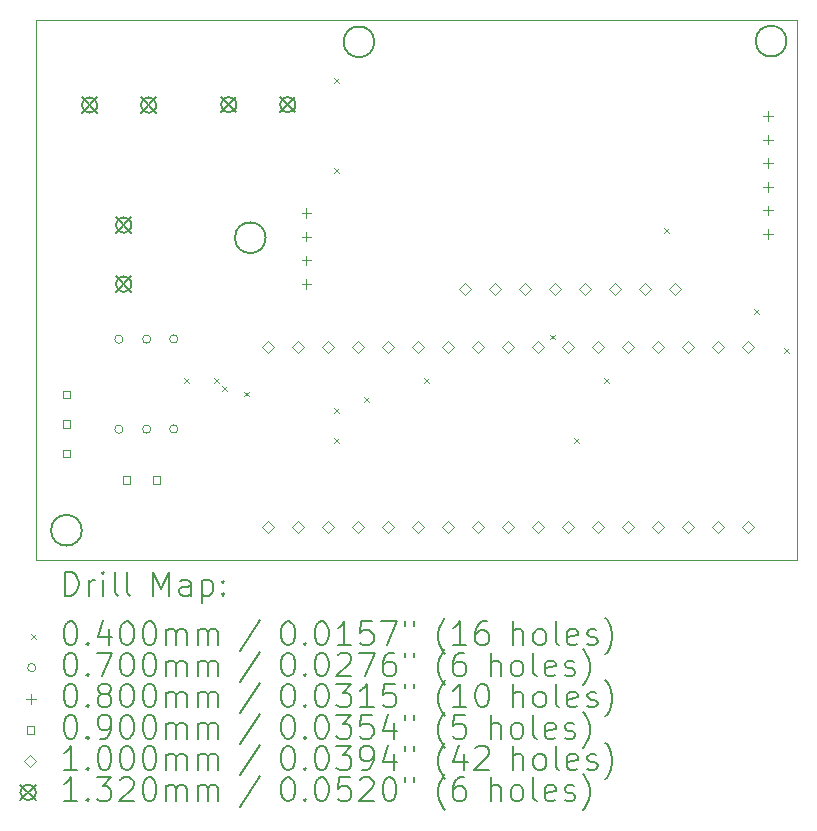
<source format=gbr>
%TF.GenerationSoftware,KiCad,Pcbnew,7.0.0*%
%TF.CreationDate,2023-02-20T20:22:23-05:00*%
%TF.ProjectId,PCB,5043422e-6b69-4636-9164-5f7063625858,rev?*%
%TF.SameCoordinates,Original*%
%TF.FileFunction,Drillmap*%
%TF.FilePolarity,Positive*%
%FSLAX45Y45*%
G04 Gerber Fmt 4.5, Leading zero omitted, Abs format (unit mm)*
G04 Created by KiCad (PCBNEW 7.0.0) date 2023-02-20 20:22:23*
%MOMM*%
%LPD*%
G01*
G04 APERTURE LIST*
%ADD10C,0.100000*%
%ADD11C,0.200000*%
%ADD12C,0.040000*%
%ADD13C,0.070000*%
%ADD14C,0.080000*%
%ADD15C,0.090000*%
%ADD16C,0.132000*%
G04 APERTURE END LIST*
D10*
X19900000Y-8890000D02*
X13462000Y-8890000D01*
X16002000Y-4318000D02*
X19900000Y-4318000D01*
X19900000Y-8890000D02*
X19900000Y-4318000D01*
X16002000Y-4318000D02*
X13462000Y-4318000D01*
D11*
X13846000Y-8636000D02*
G75*
G03*
X13846000Y-8636000I-130000J0D01*
G01*
X19812000Y-4494437D02*
G75*
G03*
X19812000Y-4494437I-130000J0D01*
G01*
X15402327Y-6159279D02*
G75*
G03*
X15402327Y-6159279I-130000J0D01*
G01*
X16322475Y-4500534D02*
G75*
G03*
X16322475Y-4500534I-130000J0D01*
G01*
D10*
X13462000Y-4318000D02*
X13462000Y-8890000D01*
D11*
D12*
X14712000Y-7346000D02*
X14752000Y-7386000D01*
X14752000Y-7346000D02*
X14712000Y-7386000D01*
X14966000Y-7346000D02*
X15006000Y-7386000D01*
X15006000Y-7346000D02*
X14966000Y-7386000D01*
X15036675Y-7418450D02*
X15076675Y-7458450D01*
X15076675Y-7418450D02*
X15036675Y-7458450D01*
X15220000Y-7463450D02*
X15260000Y-7503450D01*
X15260000Y-7463450D02*
X15220000Y-7503450D01*
X15982000Y-4806000D02*
X16022000Y-4846000D01*
X16022000Y-4806000D02*
X15982000Y-4846000D01*
X15982000Y-5568000D02*
X16022000Y-5608000D01*
X16022000Y-5568000D02*
X15982000Y-5608000D01*
X15982000Y-7600000D02*
X16022000Y-7640000D01*
X16022000Y-7600000D02*
X15982000Y-7640000D01*
X15982000Y-7854000D02*
X16022000Y-7894000D01*
X16022000Y-7854000D02*
X15982000Y-7894000D01*
X16236000Y-7508450D02*
X16276000Y-7548450D01*
X16276000Y-7508450D02*
X16236000Y-7548450D01*
X16744000Y-7346000D02*
X16784000Y-7386000D01*
X16784000Y-7346000D02*
X16744000Y-7386000D01*
X17810996Y-6980689D02*
X17850996Y-7020689D01*
X17850996Y-6980689D02*
X17810996Y-7020689D01*
X18014000Y-7854000D02*
X18054000Y-7894000D01*
X18054000Y-7854000D02*
X18014000Y-7894000D01*
X18268000Y-7346000D02*
X18308000Y-7386000D01*
X18308000Y-7346000D02*
X18268000Y-7386000D01*
X18776000Y-6076000D02*
X18816000Y-6116000D01*
X18816000Y-6076000D02*
X18776000Y-6116000D01*
X19538000Y-6765550D02*
X19578000Y-6805550D01*
X19578000Y-6765550D02*
X19538000Y-6805550D01*
X19792000Y-7092000D02*
X19832000Y-7132000D01*
X19832000Y-7092000D02*
X19792000Y-7132000D01*
D13*
X14194915Y-7018719D02*
G75*
G03*
X14194915Y-7018719I-35000J0D01*
G01*
X14194915Y-7780719D02*
G75*
G03*
X14194915Y-7780719I-35000J0D01*
G01*
X14430258Y-7017710D02*
G75*
G03*
X14430258Y-7017710I-35000J0D01*
G01*
X14430258Y-7779710D02*
G75*
G03*
X14430258Y-7779710I-35000J0D01*
G01*
X14660004Y-7016125D02*
G75*
G03*
X14660004Y-7016125I-35000J0D01*
G01*
X14660004Y-7778125D02*
G75*
G03*
X14660004Y-7778125I-35000J0D01*
G01*
D14*
X15748000Y-5910000D02*
X15748000Y-5990000D01*
X15708000Y-5950000D02*
X15788000Y-5950000D01*
X15748000Y-6110000D02*
X15748000Y-6190000D01*
X15708000Y-6150000D02*
X15788000Y-6150000D01*
X15748000Y-6310000D02*
X15748000Y-6390000D01*
X15708000Y-6350000D02*
X15788000Y-6350000D01*
X15748000Y-6510000D02*
X15748000Y-6590000D01*
X15708000Y-6550000D02*
X15788000Y-6550000D01*
X19657581Y-5088058D02*
X19657581Y-5168058D01*
X19617581Y-5128058D02*
X19697581Y-5128058D01*
X19657581Y-5288058D02*
X19657581Y-5368058D01*
X19617581Y-5328058D02*
X19697581Y-5328058D01*
X19657581Y-5488058D02*
X19657581Y-5568058D01*
X19617581Y-5528058D02*
X19697581Y-5528058D01*
X19657581Y-5688058D02*
X19657581Y-5768058D01*
X19617581Y-5728058D02*
X19697581Y-5728058D01*
X19657581Y-5888058D02*
X19657581Y-5968058D01*
X19617581Y-5928058D02*
X19697581Y-5928058D01*
X19657581Y-6088058D02*
X19657581Y-6168058D01*
X19617581Y-6128058D02*
X19697581Y-6128058D01*
D15*
X13747820Y-7517590D02*
X13747820Y-7453950D01*
X13684180Y-7453950D01*
X13684180Y-7517590D01*
X13747820Y-7517590D01*
X13747820Y-7767590D02*
X13747820Y-7703950D01*
X13684180Y-7703950D01*
X13684180Y-7767590D01*
X13747820Y-7767590D01*
X13747820Y-8017590D02*
X13747820Y-7953950D01*
X13684180Y-7953950D01*
X13684180Y-8017590D01*
X13747820Y-8017590D01*
X14255820Y-8240820D02*
X14255820Y-8177180D01*
X14192180Y-8177180D01*
X14192180Y-8240820D01*
X14255820Y-8240820D01*
X14509820Y-8240820D02*
X14509820Y-8177180D01*
X14446180Y-8177180D01*
X14446180Y-8240820D01*
X14509820Y-8240820D01*
D10*
X15425000Y-7132000D02*
X15475000Y-7082000D01*
X15425000Y-7032000D01*
X15375000Y-7082000D01*
X15425000Y-7132000D01*
X15425000Y-8657600D02*
X15475000Y-8607600D01*
X15425000Y-8557600D01*
X15375000Y-8607600D01*
X15425000Y-8657600D01*
X15679000Y-7132000D02*
X15729000Y-7082000D01*
X15679000Y-7032000D01*
X15629000Y-7082000D01*
X15679000Y-7132000D01*
X15679000Y-8657600D02*
X15729000Y-8607600D01*
X15679000Y-8557600D01*
X15629000Y-8607600D01*
X15679000Y-8657600D01*
X15933000Y-7132000D02*
X15983000Y-7082000D01*
X15933000Y-7032000D01*
X15883000Y-7082000D01*
X15933000Y-7132000D01*
X15933000Y-8657600D02*
X15983000Y-8607600D01*
X15933000Y-8557600D01*
X15883000Y-8607600D01*
X15933000Y-8657600D01*
X16187000Y-7132000D02*
X16237000Y-7082000D01*
X16187000Y-7032000D01*
X16137000Y-7082000D01*
X16187000Y-7132000D01*
X16187000Y-8657600D02*
X16237000Y-8607600D01*
X16187000Y-8557600D01*
X16137000Y-8607600D01*
X16187000Y-8657600D01*
X16441000Y-7132000D02*
X16491000Y-7082000D01*
X16441000Y-7032000D01*
X16391000Y-7082000D01*
X16441000Y-7132000D01*
X16441000Y-8657600D02*
X16491000Y-8607600D01*
X16441000Y-8557600D01*
X16391000Y-8607600D01*
X16441000Y-8657600D01*
X16695000Y-7132000D02*
X16745000Y-7082000D01*
X16695000Y-7032000D01*
X16645000Y-7082000D01*
X16695000Y-7132000D01*
X16695000Y-8657600D02*
X16745000Y-8607600D01*
X16695000Y-8557600D01*
X16645000Y-8607600D01*
X16695000Y-8657600D01*
X16949000Y-7132000D02*
X16999000Y-7082000D01*
X16949000Y-7032000D01*
X16899000Y-7082000D01*
X16949000Y-7132000D01*
X16949000Y-8657600D02*
X16999000Y-8607600D01*
X16949000Y-8557600D01*
X16899000Y-8607600D01*
X16949000Y-8657600D01*
X17093377Y-6644092D02*
X17143377Y-6594092D01*
X17093377Y-6544092D01*
X17043377Y-6594092D01*
X17093377Y-6644092D01*
X17203000Y-7132000D02*
X17253000Y-7082000D01*
X17203000Y-7032000D01*
X17153000Y-7082000D01*
X17203000Y-7132000D01*
X17203000Y-8657600D02*
X17253000Y-8607600D01*
X17203000Y-8557600D01*
X17153000Y-8607600D01*
X17203000Y-8657600D01*
X17347377Y-6644092D02*
X17397377Y-6594092D01*
X17347377Y-6544092D01*
X17297377Y-6594092D01*
X17347377Y-6644092D01*
X17457000Y-7132000D02*
X17507000Y-7082000D01*
X17457000Y-7032000D01*
X17407000Y-7082000D01*
X17457000Y-7132000D01*
X17457000Y-8657600D02*
X17507000Y-8607600D01*
X17457000Y-8557600D01*
X17407000Y-8607600D01*
X17457000Y-8657600D01*
X17601377Y-6644092D02*
X17651377Y-6594092D01*
X17601377Y-6544092D01*
X17551377Y-6594092D01*
X17601377Y-6644092D01*
X17711000Y-7132000D02*
X17761000Y-7082000D01*
X17711000Y-7032000D01*
X17661000Y-7082000D01*
X17711000Y-7132000D01*
X17711000Y-8657600D02*
X17761000Y-8607600D01*
X17711000Y-8557600D01*
X17661000Y-8607600D01*
X17711000Y-8657600D01*
X17855377Y-6644092D02*
X17905377Y-6594092D01*
X17855377Y-6544092D01*
X17805377Y-6594092D01*
X17855377Y-6644092D01*
X17965000Y-7132000D02*
X18015000Y-7082000D01*
X17965000Y-7032000D01*
X17915000Y-7082000D01*
X17965000Y-7132000D01*
X17965000Y-8657600D02*
X18015000Y-8607600D01*
X17965000Y-8557600D01*
X17915000Y-8607600D01*
X17965000Y-8657600D01*
X18109377Y-6644092D02*
X18159377Y-6594092D01*
X18109377Y-6544092D01*
X18059377Y-6594092D01*
X18109377Y-6644092D01*
X18219000Y-7132000D02*
X18269000Y-7082000D01*
X18219000Y-7032000D01*
X18169000Y-7082000D01*
X18219000Y-7132000D01*
X18219000Y-8657600D02*
X18269000Y-8607600D01*
X18219000Y-8557600D01*
X18169000Y-8607600D01*
X18219000Y-8657600D01*
X18363377Y-6644092D02*
X18413377Y-6594092D01*
X18363377Y-6544092D01*
X18313377Y-6594092D01*
X18363377Y-6644092D01*
X18473000Y-7132000D02*
X18523000Y-7082000D01*
X18473000Y-7032000D01*
X18423000Y-7082000D01*
X18473000Y-7132000D01*
X18473000Y-8657600D02*
X18523000Y-8607600D01*
X18473000Y-8557600D01*
X18423000Y-8607600D01*
X18473000Y-8657600D01*
X18617377Y-6644092D02*
X18667377Y-6594092D01*
X18617377Y-6544092D01*
X18567377Y-6594092D01*
X18617377Y-6644092D01*
X18727000Y-7132000D02*
X18777000Y-7082000D01*
X18727000Y-7032000D01*
X18677000Y-7082000D01*
X18727000Y-7132000D01*
X18727000Y-8657600D02*
X18777000Y-8607600D01*
X18727000Y-8557600D01*
X18677000Y-8607600D01*
X18727000Y-8657600D01*
X18871377Y-6644092D02*
X18921377Y-6594092D01*
X18871377Y-6544092D01*
X18821377Y-6594092D01*
X18871377Y-6644092D01*
X18981000Y-7132000D02*
X19031000Y-7082000D01*
X18981000Y-7032000D01*
X18931000Y-7082000D01*
X18981000Y-7132000D01*
X18981000Y-8657600D02*
X19031000Y-8607600D01*
X18981000Y-8557600D01*
X18931000Y-8607600D01*
X18981000Y-8657600D01*
X19235000Y-7132000D02*
X19285000Y-7082000D01*
X19235000Y-7032000D01*
X19185000Y-7082000D01*
X19235000Y-7132000D01*
X19235000Y-8657600D02*
X19285000Y-8607600D01*
X19235000Y-8557600D01*
X19185000Y-8607600D01*
X19235000Y-8657600D01*
X19489000Y-7132000D02*
X19539000Y-7082000D01*
X19489000Y-7032000D01*
X19439000Y-7082000D01*
X19489000Y-7132000D01*
X19489000Y-8657600D02*
X19539000Y-8607600D01*
X19489000Y-8557600D01*
X19439000Y-8607600D01*
X19489000Y-8657600D01*
D16*
X13845772Y-4969945D02*
X13977772Y-5101945D01*
X13977772Y-4969945D02*
X13845772Y-5101945D01*
X13977772Y-5035945D02*
G75*
G03*
X13977772Y-5035945I-66000J0D01*
G01*
X14134059Y-5986059D02*
X14266059Y-6118059D01*
X14266059Y-5986059D02*
X14134059Y-6118059D01*
X14266059Y-6052059D02*
G75*
G03*
X14266059Y-6052059I-66000J0D01*
G01*
X14134059Y-6486059D02*
X14266059Y-6618059D01*
X14266059Y-6486059D02*
X14134059Y-6618059D01*
X14266059Y-6552059D02*
G75*
G03*
X14266059Y-6552059I-66000J0D01*
G01*
X14345772Y-4969945D02*
X14477772Y-5101945D01*
X14477772Y-4969945D02*
X14345772Y-5101945D01*
X14477772Y-5035945D02*
G75*
G03*
X14477772Y-5035945I-66000J0D01*
G01*
X15022936Y-4966532D02*
X15154936Y-5098532D01*
X15154936Y-4966532D02*
X15022936Y-5098532D01*
X15154936Y-5032532D02*
G75*
G03*
X15154936Y-5032532I-66000J0D01*
G01*
X15522936Y-4966532D02*
X15654936Y-5098532D01*
X15654936Y-4966532D02*
X15522936Y-5098532D01*
X15654936Y-5032532D02*
G75*
G03*
X15654936Y-5032532I-66000J0D01*
G01*
D11*
X13704619Y-9188476D02*
X13704619Y-8988476D01*
X13704619Y-8988476D02*
X13752238Y-8988476D01*
X13752238Y-8988476D02*
X13780809Y-8998000D01*
X13780809Y-8998000D02*
X13799857Y-9017048D01*
X13799857Y-9017048D02*
X13809381Y-9036095D01*
X13809381Y-9036095D02*
X13818905Y-9074190D01*
X13818905Y-9074190D02*
X13818905Y-9102762D01*
X13818905Y-9102762D02*
X13809381Y-9140857D01*
X13809381Y-9140857D02*
X13799857Y-9159905D01*
X13799857Y-9159905D02*
X13780809Y-9178952D01*
X13780809Y-9178952D02*
X13752238Y-9188476D01*
X13752238Y-9188476D02*
X13704619Y-9188476D01*
X13904619Y-9188476D02*
X13904619Y-9055143D01*
X13904619Y-9093238D02*
X13914143Y-9074190D01*
X13914143Y-9074190D02*
X13923667Y-9064667D01*
X13923667Y-9064667D02*
X13942714Y-9055143D01*
X13942714Y-9055143D02*
X13961762Y-9055143D01*
X14028428Y-9188476D02*
X14028428Y-9055143D01*
X14028428Y-8988476D02*
X14018905Y-8998000D01*
X14018905Y-8998000D02*
X14028428Y-9007524D01*
X14028428Y-9007524D02*
X14037952Y-8998000D01*
X14037952Y-8998000D02*
X14028428Y-8988476D01*
X14028428Y-8988476D02*
X14028428Y-9007524D01*
X14152238Y-9188476D02*
X14133190Y-9178952D01*
X14133190Y-9178952D02*
X14123667Y-9159905D01*
X14123667Y-9159905D02*
X14123667Y-8988476D01*
X14257000Y-9188476D02*
X14237952Y-9178952D01*
X14237952Y-9178952D02*
X14228428Y-9159905D01*
X14228428Y-9159905D02*
X14228428Y-8988476D01*
X14453190Y-9188476D02*
X14453190Y-8988476D01*
X14453190Y-8988476D02*
X14519857Y-9131333D01*
X14519857Y-9131333D02*
X14586524Y-8988476D01*
X14586524Y-8988476D02*
X14586524Y-9188476D01*
X14767476Y-9188476D02*
X14767476Y-9083714D01*
X14767476Y-9083714D02*
X14757952Y-9064667D01*
X14757952Y-9064667D02*
X14738905Y-9055143D01*
X14738905Y-9055143D02*
X14700809Y-9055143D01*
X14700809Y-9055143D02*
X14681762Y-9064667D01*
X14767476Y-9178952D02*
X14748428Y-9188476D01*
X14748428Y-9188476D02*
X14700809Y-9188476D01*
X14700809Y-9188476D02*
X14681762Y-9178952D01*
X14681762Y-9178952D02*
X14672238Y-9159905D01*
X14672238Y-9159905D02*
X14672238Y-9140857D01*
X14672238Y-9140857D02*
X14681762Y-9121810D01*
X14681762Y-9121810D02*
X14700809Y-9112286D01*
X14700809Y-9112286D02*
X14748428Y-9112286D01*
X14748428Y-9112286D02*
X14767476Y-9102762D01*
X14862714Y-9055143D02*
X14862714Y-9255143D01*
X14862714Y-9064667D02*
X14881762Y-9055143D01*
X14881762Y-9055143D02*
X14919857Y-9055143D01*
X14919857Y-9055143D02*
X14938905Y-9064667D01*
X14938905Y-9064667D02*
X14948428Y-9074190D01*
X14948428Y-9074190D02*
X14957952Y-9093238D01*
X14957952Y-9093238D02*
X14957952Y-9150381D01*
X14957952Y-9150381D02*
X14948428Y-9169429D01*
X14948428Y-9169429D02*
X14938905Y-9178952D01*
X14938905Y-9178952D02*
X14919857Y-9188476D01*
X14919857Y-9188476D02*
X14881762Y-9188476D01*
X14881762Y-9188476D02*
X14862714Y-9178952D01*
X15043667Y-9169429D02*
X15053190Y-9178952D01*
X15053190Y-9178952D02*
X15043667Y-9188476D01*
X15043667Y-9188476D02*
X15034143Y-9178952D01*
X15034143Y-9178952D02*
X15043667Y-9169429D01*
X15043667Y-9169429D02*
X15043667Y-9188476D01*
X15043667Y-9064667D02*
X15053190Y-9074190D01*
X15053190Y-9074190D02*
X15043667Y-9083714D01*
X15043667Y-9083714D02*
X15034143Y-9074190D01*
X15034143Y-9074190D02*
X15043667Y-9064667D01*
X15043667Y-9064667D02*
X15043667Y-9083714D01*
D12*
X13417000Y-9515000D02*
X13457000Y-9555000D01*
X13457000Y-9515000D02*
X13417000Y-9555000D01*
D11*
X13742714Y-9408476D02*
X13761762Y-9408476D01*
X13761762Y-9408476D02*
X13780809Y-9418000D01*
X13780809Y-9418000D02*
X13790333Y-9427524D01*
X13790333Y-9427524D02*
X13799857Y-9446571D01*
X13799857Y-9446571D02*
X13809381Y-9484667D01*
X13809381Y-9484667D02*
X13809381Y-9532286D01*
X13809381Y-9532286D02*
X13799857Y-9570381D01*
X13799857Y-9570381D02*
X13790333Y-9589429D01*
X13790333Y-9589429D02*
X13780809Y-9598952D01*
X13780809Y-9598952D02*
X13761762Y-9608476D01*
X13761762Y-9608476D02*
X13742714Y-9608476D01*
X13742714Y-9608476D02*
X13723667Y-9598952D01*
X13723667Y-9598952D02*
X13714143Y-9589429D01*
X13714143Y-9589429D02*
X13704619Y-9570381D01*
X13704619Y-9570381D02*
X13695095Y-9532286D01*
X13695095Y-9532286D02*
X13695095Y-9484667D01*
X13695095Y-9484667D02*
X13704619Y-9446571D01*
X13704619Y-9446571D02*
X13714143Y-9427524D01*
X13714143Y-9427524D02*
X13723667Y-9418000D01*
X13723667Y-9418000D02*
X13742714Y-9408476D01*
X13895095Y-9589429D02*
X13904619Y-9598952D01*
X13904619Y-9598952D02*
X13895095Y-9608476D01*
X13895095Y-9608476D02*
X13885571Y-9598952D01*
X13885571Y-9598952D02*
X13895095Y-9589429D01*
X13895095Y-9589429D02*
X13895095Y-9608476D01*
X14076048Y-9475143D02*
X14076048Y-9608476D01*
X14028428Y-9398952D02*
X13980809Y-9541810D01*
X13980809Y-9541810D02*
X14104619Y-9541810D01*
X14218905Y-9408476D02*
X14237952Y-9408476D01*
X14237952Y-9408476D02*
X14257000Y-9418000D01*
X14257000Y-9418000D02*
X14266524Y-9427524D01*
X14266524Y-9427524D02*
X14276048Y-9446571D01*
X14276048Y-9446571D02*
X14285571Y-9484667D01*
X14285571Y-9484667D02*
X14285571Y-9532286D01*
X14285571Y-9532286D02*
X14276048Y-9570381D01*
X14276048Y-9570381D02*
X14266524Y-9589429D01*
X14266524Y-9589429D02*
X14257000Y-9598952D01*
X14257000Y-9598952D02*
X14237952Y-9608476D01*
X14237952Y-9608476D02*
X14218905Y-9608476D01*
X14218905Y-9608476D02*
X14199857Y-9598952D01*
X14199857Y-9598952D02*
X14190333Y-9589429D01*
X14190333Y-9589429D02*
X14180809Y-9570381D01*
X14180809Y-9570381D02*
X14171286Y-9532286D01*
X14171286Y-9532286D02*
X14171286Y-9484667D01*
X14171286Y-9484667D02*
X14180809Y-9446571D01*
X14180809Y-9446571D02*
X14190333Y-9427524D01*
X14190333Y-9427524D02*
X14199857Y-9418000D01*
X14199857Y-9418000D02*
X14218905Y-9408476D01*
X14409381Y-9408476D02*
X14428429Y-9408476D01*
X14428429Y-9408476D02*
X14447476Y-9418000D01*
X14447476Y-9418000D02*
X14457000Y-9427524D01*
X14457000Y-9427524D02*
X14466524Y-9446571D01*
X14466524Y-9446571D02*
X14476048Y-9484667D01*
X14476048Y-9484667D02*
X14476048Y-9532286D01*
X14476048Y-9532286D02*
X14466524Y-9570381D01*
X14466524Y-9570381D02*
X14457000Y-9589429D01*
X14457000Y-9589429D02*
X14447476Y-9598952D01*
X14447476Y-9598952D02*
X14428429Y-9608476D01*
X14428429Y-9608476D02*
X14409381Y-9608476D01*
X14409381Y-9608476D02*
X14390333Y-9598952D01*
X14390333Y-9598952D02*
X14380809Y-9589429D01*
X14380809Y-9589429D02*
X14371286Y-9570381D01*
X14371286Y-9570381D02*
X14361762Y-9532286D01*
X14361762Y-9532286D02*
X14361762Y-9484667D01*
X14361762Y-9484667D02*
X14371286Y-9446571D01*
X14371286Y-9446571D02*
X14380809Y-9427524D01*
X14380809Y-9427524D02*
X14390333Y-9418000D01*
X14390333Y-9418000D02*
X14409381Y-9408476D01*
X14561762Y-9608476D02*
X14561762Y-9475143D01*
X14561762Y-9494190D02*
X14571286Y-9484667D01*
X14571286Y-9484667D02*
X14590333Y-9475143D01*
X14590333Y-9475143D02*
X14618905Y-9475143D01*
X14618905Y-9475143D02*
X14637952Y-9484667D01*
X14637952Y-9484667D02*
X14647476Y-9503714D01*
X14647476Y-9503714D02*
X14647476Y-9608476D01*
X14647476Y-9503714D02*
X14657000Y-9484667D01*
X14657000Y-9484667D02*
X14676048Y-9475143D01*
X14676048Y-9475143D02*
X14704619Y-9475143D01*
X14704619Y-9475143D02*
X14723667Y-9484667D01*
X14723667Y-9484667D02*
X14733190Y-9503714D01*
X14733190Y-9503714D02*
X14733190Y-9608476D01*
X14828429Y-9608476D02*
X14828429Y-9475143D01*
X14828429Y-9494190D02*
X14837952Y-9484667D01*
X14837952Y-9484667D02*
X14857000Y-9475143D01*
X14857000Y-9475143D02*
X14885571Y-9475143D01*
X14885571Y-9475143D02*
X14904619Y-9484667D01*
X14904619Y-9484667D02*
X14914143Y-9503714D01*
X14914143Y-9503714D02*
X14914143Y-9608476D01*
X14914143Y-9503714D02*
X14923667Y-9484667D01*
X14923667Y-9484667D02*
X14942714Y-9475143D01*
X14942714Y-9475143D02*
X14971286Y-9475143D01*
X14971286Y-9475143D02*
X14990333Y-9484667D01*
X14990333Y-9484667D02*
X14999857Y-9503714D01*
X14999857Y-9503714D02*
X14999857Y-9608476D01*
X15357952Y-9398952D02*
X15186524Y-9656095D01*
X15582714Y-9408476D02*
X15601762Y-9408476D01*
X15601762Y-9408476D02*
X15620810Y-9418000D01*
X15620810Y-9418000D02*
X15630333Y-9427524D01*
X15630333Y-9427524D02*
X15639857Y-9446571D01*
X15639857Y-9446571D02*
X15649381Y-9484667D01*
X15649381Y-9484667D02*
X15649381Y-9532286D01*
X15649381Y-9532286D02*
X15639857Y-9570381D01*
X15639857Y-9570381D02*
X15630333Y-9589429D01*
X15630333Y-9589429D02*
X15620810Y-9598952D01*
X15620810Y-9598952D02*
X15601762Y-9608476D01*
X15601762Y-9608476D02*
X15582714Y-9608476D01*
X15582714Y-9608476D02*
X15563667Y-9598952D01*
X15563667Y-9598952D02*
X15554143Y-9589429D01*
X15554143Y-9589429D02*
X15544619Y-9570381D01*
X15544619Y-9570381D02*
X15535095Y-9532286D01*
X15535095Y-9532286D02*
X15535095Y-9484667D01*
X15535095Y-9484667D02*
X15544619Y-9446571D01*
X15544619Y-9446571D02*
X15554143Y-9427524D01*
X15554143Y-9427524D02*
X15563667Y-9418000D01*
X15563667Y-9418000D02*
X15582714Y-9408476D01*
X15735095Y-9589429D02*
X15744619Y-9598952D01*
X15744619Y-9598952D02*
X15735095Y-9608476D01*
X15735095Y-9608476D02*
X15725571Y-9598952D01*
X15725571Y-9598952D02*
X15735095Y-9589429D01*
X15735095Y-9589429D02*
X15735095Y-9608476D01*
X15868429Y-9408476D02*
X15887476Y-9408476D01*
X15887476Y-9408476D02*
X15906524Y-9418000D01*
X15906524Y-9418000D02*
X15916048Y-9427524D01*
X15916048Y-9427524D02*
X15925571Y-9446571D01*
X15925571Y-9446571D02*
X15935095Y-9484667D01*
X15935095Y-9484667D02*
X15935095Y-9532286D01*
X15935095Y-9532286D02*
X15925571Y-9570381D01*
X15925571Y-9570381D02*
X15916048Y-9589429D01*
X15916048Y-9589429D02*
X15906524Y-9598952D01*
X15906524Y-9598952D02*
X15887476Y-9608476D01*
X15887476Y-9608476D02*
X15868429Y-9608476D01*
X15868429Y-9608476D02*
X15849381Y-9598952D01*
X15849381Y-9598952D02*
X15839857Y-9589429D01*
X15839857Y-9589429D02*
X15830333Y-9570381D01*
X15830333Y-9570381D02*
X15820810Y-9532286D01*
X15820810Y-9532286D02*
X15820810Y-9484667D01*
X15820810Y-9484667D02*
X15830333Y-9446571D01*
X15830333Y-9446571D02*
X15839857Y-9427524D01*
X15839857Y-9427524D02*
X15849381Y-9418000D01*
X15849381Y-9418000D02*
X15868429Y-9408476D01*
X16125571Y-9608476D02*
X16011286Y-9608476D01*
X16068429Y-9608476D02*
X16068429Y-9408476D01*
X16068429Y-9408476D02*
X16049381Y-9437048D01*
X16049381Y-9437048D02*
X16030333Y-9456095D01*
X16030333Y-9456095D02*
X16011286Y-9465619D01*
X16306524Y-9408476D02*
X16211286Y-9408476D01*
X16211286Y-9408476D02*
X16201762Y-9503714D01*
X16201762Y-9503714D02*
X16211286Y-9494190D01*
X16211286Y-9494190D02*
X16230333Y-9484667D01*
X16230333Y-9484667D02*
X16277952Y-9484667D01*
X16277952Y-9484667D02*
X16297000Y-9494190D01*
X16297000Y-9494190D02*
X16306524Y-9503714D01*
X16306524Y-9503714D02*
X16316048Y-9522762D01*
X16316048Y-9522762D02*
X16316048Y-9570381D01*
X16316048Y-9570381D02*
X16306524Y-9589429D01*
X16306524Y-9589429D02*
X16297000Y-9598952D01*
X16297000Y-9598952D02*
X16277952Y-9608476D01*
X16277952Y-9608476D02*
X16230333Y-9608476D01*
X16230333Y-9608476D02*
X16211286Y-9598952D01*
X16211286Y-9598952D02*
X16201762Y-9589429D01*
X16382714Y-9408476D02*
X16516048Y-9408476D01*
X16516048Y-9408476D02*
X16430333Y-9608476D01*
X16582714Y-9408476D02*
X16582714Y-9446571D01*
X16658905Y-9408476D02*
X16658905Y-9446571D01*
X16921762Y-9684667D02*
X16912238Y-9675143D01*
X16912238Y-9675143D02*
X16893191Y-9646571D01*
X16893191Y-9646571D02*
X16883667Y-9627524D01*
X16883667Y-9627524D02*
X16874143Y-9598952D01*
X16874143Y-9598952D02*
X16864619Y-9551333D01*
X16864619Y-9551333D02*
X16864619Y-9513238D01*
X16864619Y-9513238D02*
X16874143Y-9465619D01*
X16874143Y-9465619D02*
X16883667Y-9437048D01*
X16883667Y-9437048D02*
X16893191Y-9418000D01*
X16893191Y-9418000D02*
X16912238Y-9389429D01*
X16912238Y-9389429D02*
X16921762Y-9379905D01*
X17102714Y-9608476D02*
X16988429Y-9608476D01*
X17045572Y-9608476D02*
X17045572Y-9408476D01*
X17045572Y-9408476D02*
X17026524Y-9437048D01*
X17026524Y-9437048D02*
X17007476Y-9456095D01*
X17007476Y-9456095D02*
X16988429Y-9465619D01*
X17274143Y-9408476D02*
X17236048Y-9408476D01*
X17236048Y-9408476D02*
X17217000Y-9418000D01*
X17217000Y-9418000D02*
X17207476Y-9427524D01*
X17207476Y-9427524D02*
X17188429Y-9456095D01*
X17188429Y-9456095D02*
X17178905Y-9494190D01*
X17178905Y-9494190D02*
X17178905Y-9570381D01*
X17178905Y-9570381D02*
X17188429Y-9589429D01*
X17188429Y-9589429D02*
X17197953Y-9598952D01*
X17197953Y-9598952D02*
X17217000Y-9608476D01*
X17217000Y-9608476D02*
X17255095Y-9608476D01*
X17255095Y-9608476D02*
X17274143Y-9598952D01*
X17274143Y-9598952D02*
X17283667Y-9589429D01*
X17283667Y-9589429D02*
X17293191Y-9570381D01*
X17293191Y-9570381D02*
X17293191Y-9522762D01*
X17293191Y-9522762D02*
X17283667Y-9503714D01*
X17283667Y-9503714D02*
X17274143Y-9494190D01*
X17274143Y-9494190D02*
X17255095Y-9484667D01*
X17255095Y-9484667D02*
X17217000Y-9484667D01*
X17217000Y-9484667D02*
X17197953Y-9494190D01*
X17197953Y-9494190D02*
X17188429Y-9503714D01*
X17188429Y-9503714D02*
X17178905Y-9522762D01*
X17498905Y-9608476D02*
X17498905Y-9408476D01*
X17584619Y-9608476D02*
X17584619Y-9503714D01*
X17584619Y-9503714D02*
X17575095Y-9484667D01*
X17575095Y-9484667D02*
X17556048Y-9475143D01*
X17556048Y-9475143D02*
X17527476Y-9475143D01*
X17527476Y-9475143D02*
X17508429Y-9484667D01*
X17508429Y-9484667D02*
X17498905Y-9494190D01*
X17708429Y-9608476D02*
X17689381Y-9598952D01*
X17689381Y-9598952D02*
X17679857Y-9589429D01*
X17679857Y-9589429D02*
X17670334Y-9570381D01*
X17670334Y-9570381D02*
X17670334Y-9513238D01*
X17670334Y-9513238D02*
X17679857Y-9494190D01*
X17679857Y-9494190D02*
X17689381Y-9484667D01*
X17689381Y-9484667D02*
X17708429Y-9475143D01*
X17708429Y-9475143D02*
X17737000Y-9475143D01*
X17737000Y-9475143D02*
X17756048Y-9484667D01*
X17756048Y-9484667D02*
X17765572Y-9494190D01*
X17765572Y-9494190D02*
X17775095Y-9513238D01*
X17775095Y-9513238D02*
X17775095Y-9570381D01*
X17775095Y-9570381D02*
X17765572Y-9589429D01*
X17765572Y-9589429D02*
X17756048Y-9598952D01*
X17756048Y-9598952D02*
X17737000Y-9608476D01*
X17737000Y-9608476D02*
X17708429Y-9608476D01*
X17889381Y-9608476D02*
X17870334Y-9598952D01*
X17870334Y-9598952D02*
X17860810Y-9579905D01*
X17860810Y-9579905D02*
X17860810Y-9408476D01*
X18041762Y-9598952D02*
X18022715Y-9608476D01*
X18022715Y-9608476D02*
X17984619Y-9608476D01*
X17984619Y-9608476D02*
X17965572Y-9598952D01*
X17965572Y-9598952D02*
X17956048Y-9579905D01*
X17956048Y-9579905D02*
X17956048Y-9503714D01*
X17956048Y-9503714D02*
X17965572Y-9484667D01*
X17965572Y-9484667D02*
X17984619Y-9475143D01*
X17984619Y-9475143D02*
X18022715Y-9475143D01*
X18022715Y-9475143D02*
X18041762Y-9484667D01*
X18041762Y-9484667D02*
X18051286Y-9503714D01*
X18051286Y-9503714D02*
X18051286Y-9522762D01*
X18051286Y-9522762D02*
X17956048Y-9541810D01*
X18127476Y-9598952D02*
X18146524Y-9608476D01*
X18146524Y-9608476D02*
X18184619Y-9608476D01*
X18184619Y-9608476D02*
X18203667Y-9598952D01*
X18203667Y-9598952D02*
X18213191Y-9579905D01*
X18213191Y-9579905D02*
X18213191Y-9570381D01*
X18213191Y-9570381D02*
X18203667Y-9551333D01*
X18203667Y-9551333D02*
X18184619Y-9541810D01*
X18184619Y-9541810D02*
X18156048Y-9541810D01*
X18156048Y-9541810D02*
X18137000Y-9532286D01*
X18137000Y-9532286D02*
X18127476Y-9513238D01*
X18127476Y-9513238D02*
X18127476Y-9503714D01*
X18127476Y-9503714D02*
X18137000Y-9484667D01*
X18137000Y-9484667D02*
X18156048Y-9475143D01*
X18156048Y-9475143D02*
X18184619Y-9475143D01*
X18184619Y-9475143D02*
X18203667Y-9484667D01*
X18279857Y-9684667D02*
X18289381Y-9675143D01*
X18289381Y-9675143D02*
X18308429Y-9646571D01*
X18308429Y-9646571D02*
X18317953Y-9627524D01*
X18317953Y-9627524D02*
X18327476Y-9598952D01*
X18327476Y-9598952D02*
X18337000Y-9551333D01*
X18337000Y-9551333D02*
X18337000Y-9513238D01*
X18337000Y-9513238D02*
X18327476Y-9465619D01*
X18327476Y-9465619D02*
X18317953Y-9437048D01*
X18317953Y-9437048D02*
X18308429Y-9418000D01*
X18308429Y-9418000D02*
X18289381Y-9389429D01*
X18289381Y-9389429D02*
X18279857Y-9379905D01*
D13*
X13457000Y-9799000D02*
G75*
G03*
X13457000Y-9799000I-35000J0D01*
G01*
D11*
X13742714Y-9672476D02*
X13761762Y-9672476D01*
X13761762Y-9672476D02*
X13780809Y-9682000D01*
X13780809Y-9682000D02*
X13790333Y-9691524D01*
X13790333Y-9691524D02*
X13799857Y-9710571D01*
X13799857Y-9710571D02*
X13809381Y-9748667D01*
X13809381Y-9748667D02*
X13809381Y-9796286D01*
X13809381Y-9796286D02*
X13799857Y-9834381D01*
X13799857Y-9834381D02*
X13790333Y-9853429D01*
X13790333Y-9853429D02*
X13780809Y-9862952D01*
X13780809Y-9862952D02*
X13761762Y-9872476D01*
X13761762Y-9872476D02*
X13742714Y-9872476D01*
X13742714Y-9872476D02*
X13723667Y-9862952D01*
X13723667Y-9862952D02*
X13714143Y-9853429D01*
X13714143Y-9853429D02*
X13704619Y-9834381D01*
X13704619Y-9834381D02*
X13695095Y-9796286D01*
X13695095Y-9796286D02*
X13695095Y-9748667D01*
X13695095Y-9748667D02*
X13704619Y-9710571D01*
X13704619Y-9710571D02*
X13714143Y-9691524D01*
X13714143Y-9691524D02*
X13723667Y-9682000D01*
X13723667Y-9682000D02*
X13742714Y-9672476D01*
X13895095Y-9853429D02*
X13904619Y-9862952D01*
X13904619Y-9862952D02*
X13895095Y-9872476D01*
X13895095Y-9872476D02*
X13885571Y-9862952D01*
X13885571Y-9862952D02*
X13895095Y-9853429D01*
X13895095Y-9853429D02*
X13895095Y-9872476D01*
X13971286Y-9672476D02*
X14104619Y-9672476D01*
X14104619Y-9672476D02*
X14018905Y-9872476D01*
X14218905Y-9672476D02*
X14237952Y-9672476D01*
X14237952Y-9672476D02*
X14257000Y-9682000D01*
X14257000Y-9682000D02*
X14266524Y-9691524D01*
X14266524Y-9691524D02*
X14276048Y-9710571D01*
X14276048Y-9710571D02*
X14285571Y-9748667D01*
X14285571Y-9748667D02*
X14285571Y-9796286D01*
X14285571Y-9796286D02*
X14276048Y-9834381D01*
X14276048Y-9834381D02*
X14266524Y-9853429D01*
X14266524Y-9853429D02*
X14257000Y-9862952D01*
X14257000Y-9862952D02*
X14237952Y-9872476D01*
X14237952Y-9872476D02*
X14218905Y-9872476D01*
X14218905Y-9872476D02*
X14199857Y-9862952D01*
X14199857Y-9862952D02*
X14190333Y-9853429D01*
X14190333Y-9853429D02*
X14180809Y-9834381D01*
X14180809Y-9834381D02*
X14171286Y-9796286D01*
X14171286Y-9796286D02*
X14171286Y-9748667D01*
X14171286Y-9748667D02*
X14180809Y-9710571D01*
X14180809Y-9710571D02*
X14190333Y-9691524D01*
X14190333Y-9691524D02*
X14199857Y-9682000D01*
X14199857Y-9682000D02*
X14218905Y-9672476D01*
X14409381Y-9672476D02*
X14428429Y-9672476D01*
X14428429Y-9672476D02*
X14447476Y-9682000D01*
X14447476Y-9682000D02*
X14457000Y-9691524D01*
X14457000Y-9691524D02*
X14466524Y-9710571D01*
X14466524Y-9710571D02*
X14476048Y-9748667D01*
X14476048Y-9748667D02*
X14476048Y-9796286D01*
X14476048Y-9796286D02*
X14466524Y-9834381D01*
X14466524Y-9834381D02*
X14457000Y-9853429D01*
X14457000Y-9853429D02*
X14447476Y-9862952D01*
X14447476Y-9862952D02*
X14428429Y-9872476D01*
X14428429Y-9872476D02*
X14409381Y-9872476D01*
X14409381Y-9872476D02*
X14390333Y-9862952D01*
X14390333Y-9862952D02*
X14380809Y-9853429D01*
X14380809Y-9853429D02*
X14371286Y-9834381D01*
X14371286Y-9834381D02*
X14361762Y-9796286D01*
X14361762Y-9796286D02*
X14361762Y-9748667D01*
X14361762Y-9748667D02*
X14371286Y-9710571D01*
X14371286Y-9710571D02*
X14380809Y-9691524D01*
X14380809Y-9691524D02*
X14390333Y-9682000D01*
X14390333Y-9682000D02*
X14409381Y-9672476D01*
X14561762Y-9872476D02*
X14561762Y-9739143D01*
X14561762Y-9758190D02*
X14571286Y-9748667D01*
X14571286Y-9748667D02*
X14590333Y-9739143D01*
X14590333Y-9739143D02*
X14618905Y-9739143D01*
X14618905Y-9739143D02*
X14637952Y-9748667D01*
X14637952Y-9748667D02*
X14647476Y-9767714D01*
X14647476Y-9767714D02*
X14647476Y-9872476D01*
X14647476Y-9767714D02*
X14657000Y-9748667D01*
X14657000Y-9748667D02*
X14676048Y-9739143D01*
X14676048Y-9739143D02*
X14704619Y-9739143D01*
X14704619Y-9739143D02*
X14723667Y-9748667D01*
X14723667Y-9748667D02*
X14733190Y-9767714D01*
X14733190Y-9767714D02*
X14733190Y-9872476D01*
X14828429Y-9872476D02*
X14828429Y-9739143D01*
X14828429Y-9758190D02*
X14837952Y-9748667D01*
X14837952Y-9748667D02*
X14857000Y-9739143D01*
X14857000Y-9739143D02*
X14885571Y-9739143D01*
X14885571Y-9739143D02*
X14904619Y-9748667D01*
X14904619Y-9748667D02*
X14914143Y-9767714D01*
X14914143Y-9767714D02*
X14914143Y-9872476D01*
X14914143Y-9767714D02*
X14923667Y-9748667D01*
X14923667Y-9748667D02*
X14942714Y-9739143D01*
X14942714Y-9739143D02*
X14971286Y-9739143D01*
X14971286Y-9739143D02*
X14990333Y-9748667D01*
X14990333Y-9748667D02*
X14999857Y-9767714D01*
X14999857Y-9767714D02*
X14999857Y-9872476D01*
X15357952Y-9662952D02*
X15186524Y-9920095D01*
X15582714Y-9672476D02*
X15601762Y-9672476D01*
X15601762Y-9672476D02*
X15620810Y-9682000D01*
X15620810Y-9682000D02*
X15630333Y-9691524D01*
X15630333Y-9691524D02*
X15639857Y-9710571D01*
X15639857Y-9710571D02*
X15649381Y-9748667D01*
X15649381Y-9748667D02*
X15649381Y-9796286D01*
X15649381Y-9796286D02*
X15639857Y-9834381D01*
X15639857Y-9834381D02*
X15630333Y-9853429D01*
X15630333Y-9853429D02*
X15620810Y-9862952D01*
X15620810Y-9862952D02*
X15601762Y-9872476D01*
X15601762Y-9872476D02*
X15582714Y-9872476D01*
X15582714Y-9872476D02*
X15563667Y-9862952D01*
X15563667Y-9862952D02*
X15554143Y-9853429D01*
X15554143Y-9853429D02*
X15544619Y-9834381D01*
X15544619Y-9834381D02*
X15535095Y-9796286D01*
X15535095Y-9796286D02*
X15535095Y-9748667D01*
X15535095Y-9748667D02*
X15544619Y-9710571D01*
X15544619Y-9710571D02*
X15554143Y-9691524D01*
X15554143Y-9691524D02*
X15563667Y-9682000D01*
X15563667Y-9682000D02*
X15582714Y-9672476D01*
X15735095Y-9853429D02*
X15744619Y-9862952D01*
X15744619Y-9862952D02*
X15735095Y-9872476D01*
X15735095Y-9872476D02*
X15725571Y-9862952D01*
X15725571Y-9862952D02*
X15735095Y-9853429D01*
X15735095Y-9853429D02*
X15735095Y-9872476D01*
X15868429Y-9672476D02*
X15887476Y-9672476D01*
X15887476Y-9672476D02*
X15906524Y-9682000D01*
X15906524Y-9682000D02*
X15916048Y-9691524D01*
X15916048Y-9691524D02*
X15925571Y-9710571D01*
X15925571Y-9710571D02*
X15935095Y-9748667D01*
X15935095Y-9748667D02*
X15935095Y-9796286D01*
X15935095Y-9796286D02*
X15925571Y-9834381D01*
X15925571Y-9834381D02*
X15916048Y-9853429D01*
X15916048Y-9853429D02*
X15906524Y-9862952D01*
X15906524Y-9862952D02*
X15887476Y-9872476D01*
X15887476Y-9872476D02*
X15868429Y-9872476D01*
X15868429Y-9872476D02*
X15849381Y-9862952D01*
X15849381Y-9862952D02*
X15839857Y-9853429D01*
X15839857Y-9853429D02*
X15830333Y-9834381D01*
X15830333Y-9834381D02*
X15820810Y-9796286D01*
X15820810Y-9796286D02*
X15820810Y-9748667D01*
X15820810Y-9748667D02*
X15830333Y-9710571D01*
X15830333Y-9710571D02*
X15839857Y-9691524D01*
X15839857Y-9691524D02*
X15849381Y-9682000D01*
X15849381Y-9682000D02*
X15868429Y-9672476D01*
X16011286Y-9691524D02*
X16020810Y-9682000D01*
X16020810Y-9682000D02*
X16039857Y-9672476D01*
X16039857Y-9672476D02*
X16087476Y-9672476D01*
X16087476Y-9672476D02*
X16106524Y-9682000D01*
X16106524Y-9682000D02*
X16116048Y-9691524D01*
X16116048Y-9691524D02*
X16125571Y-9710571D01*
X16125571Y-9710571D02*
X16125571Y-9729619D01*
X16125571Y-9729619D02*
X16116048Y-9758190D01*
X16116048Y-9758190D02*
X16001762Y-9872476D01*
X16001762Y-9872476D02*
X16125571Y-9872476D01*
X16192238Y-9672476D02*
X16325571Y-9672476D01*
X16325571Y-9672476D02*
X16239857Y-9872476D01*
X16487476Y-9672476D02*
X16449381Y-9672476D01*
X16449381Y-9672476D02*
X16430333Y-9682000D01*
X16430333Y-9682000D02*
X16420810Y-9691524D01*
X16420810Y-9691524D02*
X16401762Y-9720095D01*
X16401762Y-9720095D02*
X16392238Y-9758190D01*
X16392238Y-9758190D02*
X16392238Y-9834381D01*
X16392238Y-9834381D02*
X16401762Y-9853429D01*
X16401762Y-9853429D02*
X16411286Y-9862952D01*
X16411286Y-9862952D02*
X16430333Y-9872476D01*
X16430333Y-9872476D02*
X16468429Y-9872476D01*
X16468429Y-9872476D02*
X16487476Y-9862952D01*
X16487476Y-9862952D02*
X16497000Y-9853429D01*
X16497000Y-9853429D02*
X16506524Y-9834381D01*
X16506524Y-9834381D02*
X16506524Y-9786762D01*
X16506524Y-9786762D02*
X16497000Y-9767714D01*
X16497000Y-9767714D02*
X16487476Y-9758190D01*
X16487476Y-9758190D02*
X16468429Y-9748667D01*
X16468429Y-9748667D02*
X16430333Y-9748667D01*
X16430333Y-9748667D02*
X16411286Y-9758190D01*
X16411286Y-9758190D02*
X16401762Y-9767714D01*
X16401762Y-9767714D02*
X16392238Y-9786762D01*
X16582714Y-9672476D02*
X16582714Y-9710571D01*
X16658905Y-9672476D02*
X16658905Y-9710571D01*
X16921762Y-9948667D02*
X16912238Y-9939143D01*
X16912238Y-9939143D02*
X16893191Y-9910571D01*
X16893191Y-9910571D02*
X16883667Y-9891524D01*
X16883667Y-9891524D02*
X16874143Y-9862952D01*
X16874143Y-9862952D02*
X16864619Y-9815333D01*
X16864619Y-9815333D02*
X16864619Y-9777238D01*
X16864619Y-9777238D02*
X16874143Y-9729619D01*
X16874143Y-9729619D02*
X16883667Y-9701048D01*
X16883667Y-9701048D02*
X16893191Y-9682000D01*
X16893191Y-9682000D02*
X16912238Y-9653429D01*
X16912238Y-9653429D02*
X16921762Y-9643905D01*
X17083667Y-9672476D02*
X17045572Y-9672476D01*
X17045572Y-9672476D02*
X17026524Y-9682000D01*
X17026524Y-9682000D02*
X17017000Y-9691524D01*
X17017000Y-9691524D02*
X16997953Y-9720095D01*
X16997953Y-9720095D02*
X16988429Y-9758190D01*
X16988429Y-9758190D02*
X16988429Y-9834381D01*
X16988429Y-9834381D02*
X16997953Y-9853429D01*
X16997953Y-9853429D02*
X17007476Y-9862952D01*
X17007476Y-9862952D02*
X17026524Y-9872476D01*
X17026524Y-9872476D02*
X17064619Y-9872476D01*
X17064619Y-9872476D02*
X17083667Y-9862952D01*
X17083667Y-9862952D02*
X17093191Y-9853429D01*
X17093191Y-9853429D02*
X17102714Y-9834381D01*
X17102714Y-9834381D02*
X17102714Y-9786762D01*
X17102714Y-9786762D02*
X17093191Y-9767714D01*
X17093191Y-9767714D02*
X17083667Y-9758190D01*
X17083667Y-9758190D02*
X17064619Y-9748667D01*
X17064619Y-9748667D02*
X17026524Y-9748667D01*
X17026524Y-9748667D02*
X17007476Y-9758190D01*
X17007476Y-9758190D02*
X16997953Y-9767714D01*
X16997953Y-9767714D02*
X16988429Y-9786762D01*
X17308429Y-9872476D02*
X17308429Y-9672476D01*
X17394143Y-9872476D02*
X17394143Y-9767714D01*
X17394143Y-9767714D02*
X17384619Y-9748667D01*
X17384619Y-9748667D02*
X17365572Y-9739143D01*
X17365572Y-9739143D02*
X17337000Y-9739143D01*
X17337000Y-9739143D02*
X17317953Y-9748667D01*
X17317953Y-9748667D02*
X17308429Y-9758190D01*
X17517953Y-9872476D02*
X17498905Y-9862952D01*
X17498905Y-9862952D02*
X17489381Y-9853429D01*
X17489381Y-9853429D02*
X17479857Y-9834381D01*
X17479857Y-9834381D02*
X17479857Y-9777238D01*
X17479857Y-9777238D02*
X17489381Y-9758190D01*
X17489381Y-9758190D02*
X17498905Y-9748667D01*
X17498905Y-9748667D02*
X17517953Y-9739143D01*
X17517953Y-9739143D02*
X17546524Y-9739143D01*
X17546524Y-9739143D02*
X17565572Y-9748667D01*
X17565572Y-9748667D02*
X17575095Y-9758190D01*
X17575095Y-9758190D02*
X17584619Y-9777238D01*
X17584619Y-9777238D02*
X17584619Y-9834381D01*
X17584619Y-9834381D02*
X17575095Y-9853429D01*
X17575095Y-9853429D02*
X17565572Y-9862952D01*
X17565572Y-9862952D02*
X17546524Y-9872476D01*
X17546524Y-9872476D02*
X17517953Y-9872476D01*
X17698905Y-9872476D02*
X17679857Y-9862952D01*
X17679857Y-9862952D02*
X17670334Y-9843905D01*
X17670334Y-9843905D02*
X17670334Y-9672476D01*
X17851286Y-9862952D02*
X17832238Y-9872476D01*
X17832238Y-9872476D02*
X17794143Y-9872476D01*
X17794143Y-9872476D02*
X17775095Y-9862952D01*
X17775095Y-9862952D02*
X17765572Y-9843905D01*
X17765572Y-9843905D02*
X17765572Y-9767714D01*
X17765572Y-9767714D02*
X17775095Y-9748667D01*
X17775095Y-9748667D02*
X17794143Y-9739143D01*
X17794143Y-9739143D02*
X17832238Y-9739143D01*
X17832238Y-9739143D02*
X17851286Y-9748667D01*
X17851286Y-9748667D02*
X17860810Y-9767714D01*
X17860810Y-9767714D02*
X17860810Y-9786762D01*
X17860810Y-9786762D02*
X17765572Y-9805810D01*
X17937000Y-9862952D02*
X17956048Y-9872476D01*
X17956048Y-9872476D02*
X17994143Y-9872476D01*
X17994143Y-9872476D02*
X18013191Y-9862952D01*
X18013191Y-9862952D02*
X18022715Y-9843905D01*
X18022715Y-9843905D02*
X18022715Y-9834381D01*
X18022715Y-9834381D02*
X18013191Y-9815333D01*
X18013191Y-9815333D02*
X17994143Y-9805810D01*
X17994143Y-9805810D02*
X17965572Y-9805810D01*
X17965572Y-9805810D02*
X17946524Y-9796286D01*
X17946524Y-9796286D02*
X17937000Y-9777238D01*
X17937000Y-9777238D02*
X17937000Y-9767714D01*
X17937000Y-9767714D02*
X17946524Y-9748667D01*
X17946524Y-9748667D02*
X17965572Y-9739143D01*
X17965572Y-9739143D02*
X17994143Y-9739143D01*
X17994143Y-9739143D02*
X18013191Y-9748667D01*
X18089381Y-9948667D02*
X18098905Y-9939143D01*
X18098905Y-9939143D02*
X18117953Y-9910571D01*
X18117953Y-9910571D02*
X18127476Y-9891524D01*
X18127476Y-9891524D02*
X18137000Y-9862952D01*
X18137000Y-9862952D02*
X18146524Y-9815333D01*
X18146524Y-9815333D02*
X18146524Y-9777238D01*
X18146524Y-9777238D02*
X18137000Y-9729619D01*
X18137000Y-9729619D02*
X18127476Y-9701048D01*
X18127476Y-9701048D02*
X18117953Y-9682000D01*
X18117953Y-9682000D02*
X18098905Y-9653429D01*
X18098905Y-9653429D02*
X18089381Y-9643905D01*
D14*
X13417000Y-10023000D02*
X13417000Y-10103000D01*
X13377000Y-10063000D02*
X13457000Y-10063000D01*
D11*
X13742714Y-9936476D02*
X13761762Y-9936476D01*
X13761762Y-9936476D02*
X13780809Y-9946000D01*
X13780809Y-9946000D02*
X13790333Y-9955524D01*
X13790333Y-9955524D02*
X13799857Y-9974571D01*
X13799857Y-9974571D02*
X13809381Y-10012667D01*
X13809381Y-10012667D02*
X13809381Y-10060286D01*
X13809381Y-10060286D02*
X13799857Y-10098381D01*
X13799857Y-10098381D02*
X13790333Y-10117429D01*
X13790333Y-10117429D02*
X13780809Y-10126952D01*
X13780809Y-10126952D02*
X13761762Y-10136476D01*
X13761762Y-10136476D02*
X13742714Y-10136476D01*
X13742714Y-10136476D02*
X13723667Y-10126952D01*
X13723667Y-10126952D02*
X13714143Y-10117429D01*
X13714143Y-10117429D02*
X13704619Y-10098381D01*
X13704619Y-10098381D02*
X13695095Y-10060286D01*
X13695095Y-10060286D02*
X13695095Y-10012667D01*
X13695095Y-10012667D02*
X13704619Y-9974571D01*
X13704619Y-9974571D02*
X13714143Y-9955524D01*
X13714143Y-9955524D02*
X13723667Y-9946000D01*
X13723667Y-9946000D02*
X13742714Y-9936476D01*
X13895095Y-10117429D02*
X13904619Y-10126952D01*
X13904619Y-10126952D02*
X13895095Y-10136476D01*
X13895095Y-10136476D02*
X13885571Y-10126952D01*
X13885571Y-10126952D02*
X13895095Y-10117429D01*
X13895095Y-10117429D02*
X13895095Y-10136476D01*
X14018905Y-10022190D02*
X13999857Y-10012667D01*
X13999857Y-10012667D02*
X13990333Y-10003143D01*
X13990333Y-10003143D02*
X13980809Y-9984095D01*
X13980809Y-9984095D02*
X13980809Y-9974571D01*
X13980809Y-9974571D02*
X13990333Y-9955524D01*
X13990333Y-9955524D02*
X13999857Y-9946000D01*
X13999857Y-9946000D02*
X14018905Y-9936476D01*
X14018905Y-9936476D02*
X14057000Y-9936476D01*
X14057000Y-9936476D02*
X14076048Y-9946000D01*
X14076048Y-9946000D02*
X14085571Y-9955524D01*
X14085571Y-9955524D02*
X14095095Y-9974571D01*
X14095095Y-9974571D02*
X14095095Y-9984095D01*
X14095095Y-9984095D02*
X14085571Y-10003143D01*
X14085571Y-10003143D02*
X14076048Y-10012667D01*
X14076048Y-10012667D02*
X14057000Y-10022190D01*
X14057000Y-10022190D02*
X14018905Y-10022190D01*
X14018905Y-10022190D02*
X13999857Y-10031714D01*
X13999857Y-10031714D02*
X13990333Y-10041238D01*
X13990333Y-10041238D02*
X13980809Y-10060286D01*
X13980809Y-10060286D02*
X13980809Y-10098381D01*
X13980809Y-10098381D02*
X13990333Y-10117429D01*
X13990333Y-10117429D02*
X13999857Y-10126952D01*
X13999857Y-10126952D02*
X14018905Y-10136476D01*
X14018905Y-10136476D02*
X14057000Y-10136476D01*
X14057000Y-10136476D02*
X14076048Y-10126952D01*
X14076048Y-10126952D02*
X14085571Y-10117429D01*
X14085571Y-10117429D02*
X14095095Y-10098381D01*
X14095095Y-10098381D02*
X14095095Y-10060286D01*
X14095095Y-10060286D02*
X14085571Y-10041238D01*
X14085571Y-10041238D02*
X14076048Y-10031714D01*
X14076048Y-10031714D02*
X14057000Y-10022190D01*
X14218905Y-9936476D02*
X14237952Y-9936476D01*
X14237952Y-9936476D02*
X14257000Y-9946000D01*
X14257000Y-9946000D02*
X14266524Y-9955524D01*
X14266524Y-9955524D02*
X14276048Y-9974571D01*
X14276048Y-9974571D02*
X14285571Y-10012667D01*
X14285571Y-10012667D02*
X14285571Y-10060286D01*
X14285571Y-10060286D02*
X14276048Y-10098381D01*
X14276048Y-10098381D02*
X14266524Y-10117429D01*
X14266524Y-10117429D02*
X14257000Y-10126952D01*
X14257000Y-10126952D02*
X14237952Y-10136476D01*
X14237952Y-10136476D02*
X14218905Y-10136476D01*
X14218905Y-10136476D02*
X14199857Y-10126952D01*
X14199857Y-10126952D02*
X14190333Y-10117429D01*
X14190333Y-10117429D02*
X14180809Y-10098381D01*
X14180809Y-10098381D02*
X14171286Y-10060286D01*
X14171286Y-10060286D02*
X14171286Y-10012667D01*
X14171286Y-10012667D02*
X14180809Y-9974571D01*
X14180809Y-9974571D02*
X14190333Y-9955524D01*
X14190333Y-9955524D02*
X14199857Y-9946000D01*
X14199857Y-9946000D02*
X14218905Y-9936476D01*
X14409381Y-9936476D02*
X14428429Y-9936476D01*
X14428429Y-9936476D02*
X14447476Y-9946000D01*
X14447476Y-9946000D02*
X14457000Y-9955524D01*
X14457000Y-9955524D02*
X14466524Y-9974571D01*
X14466524Y-9974571D02*
X14476048Y-10012667D01*
X14476048Y-10012667D02*
X14476048Y-10060286D01*
X14476048Y-10060286D02*
X14466524Y-10098381D01*
X14466524Y-10098381D02*
X14457000Y-10117429D01*
X14457000Y-10117429D02*
X14447476Y-10126952D01*
X14447476Y-10126952D02*
X14428429Y-10136476D01*
X14428429Y-10136476D02*
X14409381Y-10136476D01*
X14409381Y-10136476D02*
X14390333Y-10126952D01*
X14390333Y-10126952D02*
X14380809Y-10117429D01*
X14380809Y-10117429D02*
X14371286Y-10098381D01*
X14371286Y-10098381D02*
X14361762Y-10060286D01*
X14361762Y-10060286D02*
X14361762Y-10012667D01*
X14361762Y-10012667D02*
X14371286Y-9974571D01*
X14371286Y-9974571D02*
X14380809Y-9955524D01*
X14380809Y-9955524D02*
X14390333Y-9946000D01*
X14390333Y-9946000D02*
X14409381Y-9936476D01*
X14561762Y-10136476D02*
X14561762Y-10003143D01*
X14561762Y-10022190D02*
X14571286Y-10012667D01*
X14571286Y-10012667D02*
X14590333Y-10003143D01*
X14590333Y-10003143D02*
X14618905Y-10003143D01*
X14618905Y-10003143D02*
X14637952Y-10012667D01*
X14637952Y-10012667D02*
X14647476Y-10031714D01*
X14647476Y-10031714D02*
X14647476Y-10136476D01*
X14647476Y-10031714D02*
X14657000Y-10012667D01*
X14657000Y-10012667D02*
X14676048Y-10003143D01*
X14676048Y-10003143D02*
X14704619Y-10003143D01*
X14704619Y-10003143D02*
X14723667Y-10012667D01*
X14723667Y-10012667D02*
X14733190Y-10031714D01*
X14733190Y-10031714D02*
X14733190Y-10136476D01*
X14828429Y-10136476D02*
X14828429Y-10003143D01*
X14828429Y-10022190D02*
X14837952Y-10012667D01*
X14837952Y-10012667D02*
X14857000Y-10003143D01*
X14857000Y-10003143D02*
X14885571Y-10003143D01*
X14885571Y-10003143D02*
X14904619Y-10012667D01*
X14904619Y-10012667D02*
X14914143Y-10031714D01*
X14914143Y-10031714D02*
X14914143Y-10136476D01*
X14914143Y-10031714D02*
X14923667Y-10012667D01*
X14923667Y-10012667D02*
X14942714Y-10003143D01*
X14942714Y-10003143D02*
X14971286Y-10003143D01*
X14971286Y-10003143D02*
X14990333Y-10012667D01*
X14990333Y-10012667D02*
X14999857Y-10031714D01*
X14999857Y-10031714D02*
X14999857Y-10136476D01*
X15357952Y-9926952D02*
X15186524Y-10184095D01*
X15582714Y-9936476D02*
X15601762Y-9936476D01*
X15601762Y-9936476D02*
X15620810Y-9946000D01*
X15620810Y-9946000D02*
X15630333Y-9955524D01*
X15630333Y-9955524D02*
X15639857Y-9974571D01*
X15639857Y-9974571D02*
X15649381Y-10012667D01*
X15649381Y-10012667D02*
X15649381Y-10060286D01*
X15649381Y-10060286D02*
X15639857Y-10098381D01*
X15639857Y-10098381D02*
X15630333Y-10117429D01*
X15630333Y-10117429D02*
X15620810Y-10126952D01*
X15620810Y-10126952D02*
X15601762Y-10136476D01*
X15601762Y-10136476D02*
X15582714Y-10136476D01*
X15582714Y-10136476D02*
X15563667Y-10126952D01*
X15563667Y-10126952D02*
X15554143Y-10117429D01*
X15554143Y-10117429D02*
X15544619Y-10098381D01*
X15544619Y-10098381D02*
X15535095Y-10060286D01*
X15535095Y-10060286D02*
X15535095Y-10012667D01*
X15535095Y-10012667D02*
X15544619Y-9974571D01*
X15544619Y-9974571D02*
X15554143Y-9955524D01*
X15554143Y-9955524D02*
X15563667Y-9946000D01*
X15563667Y-9946000D02*
X15582714Y-9936476D01*
X15735095Y-10117429D02*
X15744619Y-10126952D01*
X15744619Y-10126952D02*
X15735095Y-10136476D01*
X15735095Y-10136476D02*
X15725571Y-10126952D01*
X15725571Y-10126952D02*
X15735095Y-10117429D01*
X15735095Y-10117429D02*
X15735095Y-10136476D01*
X15868429Y-9936476D02*
X15887476Y-9936476D01*
X15887476Y-9936476D02*
X15906524Y-9946000D01*
X15906524Y-9946000D02*
X15916048Y-9955524D01*
X15916048Y-9955524D02*
X15925571Y-9974571D01*
X15925571Y-9974571D02*
X15935095Y-10012667D01*
X15935095Y-10012667D02*
X15935095Y-10060286D01*
X15935095Y-10060286D02*
X15925571Y-10098381D01*
X15925571Y-10098381D02*
X15916048Y-10117429D01*
X15916048Y-10117429D02*
X15906524Y-10126952D01*
X15906524Y-10126952D02*
X15887476Y-10136476D01*
X15887476Y-10136476D02*
X15868429Y-10136476D01*
X15868429Y-10136476D02*
X15849381Y-10126952D01*
X15849381Y-10126952D02*
X15839857Y-10117429D01*
X15839857Y-10117429D02*
X15830333Y-10098381D01*
X15830333Y-10098381D02*
X15820810Y-10060286D01*
X15820810Y-10060286D02*
X15820810Y-10012667D01*
X15820810Y-10012667D02*
X15830333Y-9974571D01*
X15830333Y-9974571D02*
X15839857Y-9955524D01*
X15839857Y-9955524D02*
X15849381Y-9946000D01*
X15849381Y-9946000D02*
X15868429Y-9936476D01*
X16001762Y-9936476D02*
X16125571Y-9936476D01*
X16125571Y-9936476D02*
X16058905Y-10012667D01*
X16058905Y-10012667D02*
X16087476Y-10012667D01*
X16087476Y-10012667D02*
X16106524Y-10022190D01*
X16106524Y-10022190D02*
X16116048Y-10031714D01*
X16116048Y-10031714D02*
X16125571Y-10050762D01*
X16125571Y-10050762D02*
X16125571Y-10098381D01*
X16125571Y-10098381D02*
X16116048Y-10117429D01*
X16116048Y-10117429D02*
X16106524Y-10126952D01*
X16106524Y-10126952D02*
X16087476Y-10136476D01*
X16087476Y-10136476D02*
X16030333Y-10136476D01*
X16030333Y-10136476D02*
X16011286Y-10126952D01*
X16011286Y-10126952D02*
X16001762Y-10117429D01*
X16316048Y-10136476D02*
X16201762Y-10136476D01*
X16258905Y-10136476D02*
X16258905Y-9936476D01*
X16258905Y-9936476D02*
X16239857Y-9965048D01*
X16239857Y-9965048D02*
X16220810Y-9984095D01*
X16220810Y-9984095D02*
X16201762Y-9993619D01*
X16497000Y-9936476D02*
X16401762Y-9936476D01*
X16401762Y-9936476D02*
X16392238Y-10031714D01*
X16392238Y-10031714D02*
X16401762Y-10022190D01*
X16401762Y-10022190D02*
X16420810Y-10012667D01*
X16420810Y-10012667D02*
X16468429Y-10012667D01*
X16468429Y-10012667D02*
X16487476Y-10022190D01*
X16487476Y-10022190D02*
X16497000Y-10031714D01*
X16497000Y-10031714D02*
X16506524Y-10050762D01*
X16506524Y-10050762D02*
X16506524Y-10098381D01*
X16506524Y-10098381D02*
X16497000Y-10117429D01*
X16497000Y-10117429D02*
X16487476Y-10126952D01*
X16487476Y-10126952D02*
X16468429Y-10136476D01*
X16468429Y-10136476D02*
X16420810Y-10136476D01*
X16420810Y-10136476D02*
X16401762Y-10126952D01*
X16401762Y-10126952D02*
X16392238Y-10117429D01*
X16582714Y-9936476D02*
X16582714Y-9974571D01*
X16658905Y-9936476D02*
X16658905Y-9974571D01*
X16921762Y-10212667D02*
X16912238Y-10203143D01*
X16912238Y-10203143D02*
X16893191Y-10174571D01*
X16893191Y-10174571D02*
X16883667Y-10155524D01*
X16883667Y-10155524D02*
X16874143Y-10126952D01*
X16874143Y-10126952D02*
X16864619Y-10079333D01*
X16864619Y-10079333D02*
X16864619Y-10041238D01*
X16864619Y-10041238D02*
X16874143Y-9993619D01*
X16874143Y-9993619D02*
X16883667Y-9965048D01*
X16883667Y-9965048D02*
X16893191Y-9946000D01*
X16893191Y-9946000D02*
X16912238Y-9917429D01*
X16912238Y-9917429D02*
X16921762Y-9907905D01*
X17102714Y-10136476D02*
X16988429Y-10136476D01*
X17045572Y-10136476D02*
X17045572Y-9936476D01*
X17045572Y-9936476D02*
X17026524Y-9965048D01*
X17026524Y-9965048D02*
X17007476Y-9984095D01*
X17007476Y-9984095D02*
X16988429Y-9993619D01*
X17226524Y-9936476D02*
X17245572Y-9936476D01*
X17245572Y-9936476D02*
X17264619Y-9946000D01*
X17264619Y-9946000D02*
X17274143Y-9955524D01*
X17274143Y-9955524D02*
X17283667Y-9974571D01*
X17283667Y-9974571D02*
X17293191Y-10012667D01*
X17293191Y-10012667D02*
X17293191Y-10060286D01*
X17293191Y-10060286D02*
X17283667Y-10098381D01*
X17283667Y-10098381D02*
X17274143Y-10117429D01*
X17274143Y-10117429D02*
X17264619Y-10126952D01*
X17264619Y-10126952D02*
X17245572Y-10136476D01*
X17245572Y-10136476D02*
X17226524Y-10136476D01*
X17226524Y-10136476D02*
X17207476Y-10126952D01*
X17207476Y-10126952D02*
X17197953Y-10117429D01*
X17197953Y-10117429D02*
X17188429Y-10098381D01*
X17188429Y-10098381D02*
X17178905Y-10060286D01*
X17178905Y-10060286D02*
X17178905Y-10012667D01*
X17178905Y-10012667D02*
X17188429Y-9974571D01*
X17188429Y-9974571D02*
X17197953Y-9955524D01*
X17197953Y-9955524D02*
X17207476Y-9946000D01*
X17207476Y-9946000D02*
X17226524Y-9936476D01*
X17498905Y-10136476D02*
X17498905Y-9936476D01*
X17584619Y-10136476D02*
X17584619Y-10031714D01*
X17584619Y-10031714D02*
X17575095Y-10012667D01*
X17575095Y-10012667D02*
X17556048Y-10003143D01*
X17556048Y-10003143D02*
X17527476Y-10003143D01*
X17527476Y-10003143D02*
X17508429Y-10012667D01*
X17508429Y-10012667D02*
X17498905Y-10022190D01*
X17708429Y-10136476D02*
X17689381Y-10126952D01*
X17689381Y-10126952D02*
X17679857Y-10117429D01*
X17679857Y-10117429D02*
X17670334Y-10098381D01*
X17670334Y-10098381D02*
X17670334Y-10041238D01*
X17670334Y-10041238D02*
X17679857Y-10022190D01*
X17679857Y-10022190D02*
X17689381Y-10012667D01*
X17689381Y-10012667D02*
X17708429Y-10003143D01*
X17708429Y-10003143D02*
X17737000Y-10003143D01*
X17737000Y-10003143D02*
X17756048Y-10012667D01*
X17756048Y-10012667D02*
X17765572Y-10022190D01*
X17765572Y-10022190D02*
X17775095Y-10041238D01*
X17775095Y-10041238D02*
X17775095Y-10098381D01*
X17775095Y-10098381D02*
X17765572Y-10117429D01*
X17765572Y-10117429D02*
X17756048Y-10126952D01*
X17756048Y-10126952D02*
X17737000Y-10136476D01*
X17737000Y-10136476D02*
X17708429Y-10136476D01*
X17889381Y-10136476D02*
X17870334Y-10126952D01*
X17870334Y-10126952D02*
X17860810Y-10107905D01*
X17860810Y-10107905D02*
X17860810Y-9936476D01*
X18041762Y-10126952D02*
X18022715Y-10136476D01*
X18022715Y-10136476D02*
X17984619Y-10136476D01*
X17984619Y-10136476D02*
X17965572Y-10126952D01*
X17965572Y-10126952D02*
X17956048Y-10107905D01*
X17956048Y-10107905D02*
X17956048Y-10031714D01*
X17956048Y-10031714D02*
X17965572Y-10012667D01*
X17965572Y-10012667D02*
X17984619Y-10003143D01*
X17984619Y-10003143D02*
X18022715Y-10003143D01*
X18022715Y-10003143D02*
X18041762Y-10012667D01*
X18041762Y-10012667D02*
X18051286Y-10031714D01*
X18051286Y-10031714D02*
X18051286Y-10050762D01*
X18051286Y-10050762D02*
X17956048Y-10069810D01*
X18127476Y-10126952D02*
X18146524Y-10136476D01*
X18146524Y-10136476D02*
X18184619Y-10136476D01*
X18184619Y-10136476D02*
X18203667Y-10126952D01*
X18203667Y-10126952D02*
X18213191Y-10107905D01*
X18213191Y-10107905D02*
X18213191Y-10098381D01*
X18213191Y-10098381D02*
X18203667Y-10079333D01*
X18203667Y-10079333D02*
X18184619Y-10069810D01*
X18184619Y-10069810D02*
X18156048Y-10069810D01*
X18156048Y-10069810D02*
X18137000Y-10060286D01*
X18137000Y-10060286D02*
X18127476Y-10041238D01*
X18127476Y-10041238D02*
X18127476Y-10031714D01*
X18127476Y-10031714D02*
X18137000Y-10012667D01*
X18137000Y-10012667D02*
X18156048Y-10003143D01*
X18156048Y-10003143D02*
X18184619Y-10003143D01*
X18184619Y-10003143D02*
X18203667Y-10012667D01*
X18279857Y-10212667D02*
X18289381Y-10203143D01*
X18289381Y-10203143D02*
X18308429Y-10174571D01*
X18308429Y-10174571D02*
X18317953Y-10155524D01*
X18317953Y-10155524D02*
X18327476Y-10126952D01*
X18327476Y-10126952D02*
X18337000Y-10079333D01*
X18337000Y-10079333D02*
X18337000Y-10041238D01*
X18337000Y-10041238D02*
X18327476Y-9993619D01*
X18327476Y-9993619D02*
X18317953Y-9965048D01*
X18317953Y-9965048D02*
X18308429Y-9946000D01*
X18308429Y-9946000D02*
X18289381Y-9917429D01*
X18289381Y-9917429D02*
X18279857Y-9907905D01*
D15*
X13443820Y-10358820D02*
X13443820Y-10295180D01*
X13380180Y-10295180D01*
X13380180Y-10358820D01*
X13443820Y-10358820D01*
D11*
X13742714Y-10200476D02*
X13761762Y-10200476D01*
X13761762Y-10200476D02*
X13780809Y-10210000D01*
X13780809Y-10210000D02*
X13790333Y-10219524D01*
X13790333Y-10219524D02*
X13799857Y-10238571D01*
X13799857Y-10238571D02*
X13809381Y-10276667D01*
X13809381Y-10276667D02*
X13809381Y-10324286D01*
X13809381Y-10324286D02*
X13799857Y-10362381D01*
X13799857Y-10362381D02*
X13790333Y-10381429D01*
X13790333Y-10381429D02*
X13780809Y-10390952D01*
X13780809Y-10390952D02*
X13761762Y-10400476D01*
X13761762Y-10400476D02*
X13742714Y-10400476D01*
X13742714Y-10400476D02*
X13723667Y-10390952D01*
X13723667Y-10390952D02*
X13714143Y-10381429D01*
X13714143Y-10381429D02*
X13704619Y-10362381D01*
X13704619Y-10362381D02*
X13695095Y-10324286D01*
X13695095Y-10324286D02*
X13695095Y-10276667D01*
X13695095Y-10276667D02*
X13704619Y-10238571D01*
X13704619Y-10238571D02*
X13714143Y-10219524D01*
X13714143Y-10219524D02*
X13723667Y-10210000D01*
X13723667Y-10210000D02*
X13742714Y-10200476D01*
X13895095Y-10381429D02*
X13904619Y-10390952D01*
X13904619Y-10390952D02*
X13895095Y-10400476D01*
X13895095Y-10400476D02*
X13885571Y-10390952D01*
X13885571Y-10390952D02*
X13895095Y-10381429D01*
X13895095Y-10381429D02*
X13895095Y-10400476D01*
X13999857Y-10400476D02*
X14037952Y-10400476D01*
X14037952Y-10400476D02*
X14057000Y-10390952D01*
X14057000Y-10390952D02*
X14066524Y-10381429D01*
X14066524Y-10381429D02*
X14085571Y-10352857D01*
X14085571Y-10352857D02*
X14095095Y-10314762D01*
X14095095Y-10314762D02*
X14095095Y-10238571D01*
X14095095Y-10238571D02*
X14085571Y-10219524D01*
X14085571Y-10219524D02*
X14076048Y-10210000D01*
X14076048Y-10210000D02*
X14057000Y-10200476D01*
X14057000Y-10200476D02*
X14018905Y-10200476D01*
X14018905Y-10200476D02*
X13999857Y-10210000D01*
X13999857Y-10210000D02*
X13990333Y-10219524D01*
X13990333Y-10219524D02*
X13980809Y-10238571D01*
X13980809Y-10238571D02*
X13980809Y-10286190D01*
X13980809Y-10286190D02*
X13990333Y-10305238D01*
X13990333Y-10305238D02*
X13999857Y-10314762D01*
X13999857Y-10314762D02*
X14018905Y-10324286D01*
X14018905Y-10324286D02*
X14057000Y-10324286D01*
X14057000Y-10324286D02*
X14076048Y-10314762D01*
X14076048Y-10314762D02*
X14085571Y-10305238D01*
X14085571Y-10305238D02*
X14095095Y-10286190D01*
X14218905Y-10200476D02*
X14237952Y-10200476D01*
X14237952Y-10200476D02*
X14257000Y-10210000D01*
X14257000Y-10210000D02*
X14266524Y-10219524D01*
X14266524Y-10219524D02*
X14276048Y-10238571D01*
X14276048Y-10238571D02*
X14285571Y-10276667D01*
X14285571Y-10276667D02*
X14285571Y-10324286D01*
X14285571Y-10324286D02*
X14276048Y-10362381D01*
X14276048Y-10362381D02*
X14266524Y-10381429D01*
X14266524Y-10381429D02*
X14257000Y-10390952D01*
X14257000Y-10390952D02*
X14237952Y-10400476D01*
X14237952Y-10400476D02*
X14218905Y-10400476D01*
X14218905Y-10400476D02*
X14199857Y-10390952D01*
X14199857Y-10390952D02*
X14190333Y-10381429D01*
X14190333Y-10381429D02*
X14180809Y-10362381D01*
X14180809Y-10362381D02*
X14171286Y-10324286D01*
X14171286Y-10324286D02*
X14171286Y-10276667D01*
X14171286Y-10276667D02*
X14180809Y-10238571D01*
X14180809Y-10238571D02*
X14190333Y-10219524D01*
X14190333Y-10219524D02*
X14199857Y-10210000D01*
X14199857Y-10210000D02*
X14218905Y-10200476D01*
X14409381Y-10200476D02*
X14428429Y-10200476D01*
X14428429Y-10200476D02*
X14447476Y-10210000D01*
X14447476Y-10210000D02*
X14457000Y-10219524D01*
X14457000Y-10219524D02*
X14466524Y-10238571D01*
X14466524Y-10238571D02*
X14476048Y-10276667D01*
X14476048Y-10276667D02*
X14476048Y-10324286D01*
X14476048Y-10324286D02*
X14466524Y-10362381D01*
X14466524Y-10362381D02*
X14457000Y-10381429D01*
X14457000Y-10381429D02*
X14447476Y-10390952D01*
X14447476Y-10390952D02*
X14428429Y-10400476D01*
X14428429Y-10400476D02*
X14409381Y-10400476D01*
X14409381Y-10400476D02*
X14390333Y-10390952D01*
X14390333Y-10390952D02*
X14380809Y-10381429D01*
X14380809Y-10381429D02*
X14371286Y-10362381D01*
X14371286Y-10362381D02*
X14361762Y-10324286D01*
X14361762Y-10324286D02*
X14361762Y-10276667D01*
X14361762Y-10276667D02*
X14371286Y-10238571D01*
X14371286Y-10238571D02*
X14380809Y-10219524D01*
X14380809Y-10219524D02*
X14390333Y-10210000D01*
X14390333Y-10210000D02*
X14409381Y-10200476D01*
X14561762Y-10400476D02*
X14561762Y-10267143D01*
X14561762Y-10286190D02*
X14571286Y-10276667D01*
X14571286Y-10276667D02*
X14590333Y-10267143D01*
X14590333Y-10267143D02*
X14618905Y-10267143D01*
X14618905Y-10267143D02*
X14637952Y-10276667D01*
X14637952Y-10276667D02*
X14647476Y-10295714D01*
X14647476Y-10295714D02*
X14647476Y-10400476D01*
X14647476Y-10295714D02*
X14657000Y-10276667D01*
X14657000Y-10276667D02*
X14676048Y-10267143D01*
X14676048Y-10267143D02*
X14704619Y-10267143D01*
X14704619Y-10267143D02*
X14723667Y-10276667D01*
X14723667Y-10276667D02*
X14733190Y-10295714D01*
X14733190Y-10295714D02*
X14733190Y-10400476D01*
X14828429Y-10400476D02*
X14828429Y-10267143D01*
X14828429Y-10286190D02*
X14837952Y-10276667D01*
X14837952Y-10276667D02*
X14857000Y-10267143D01*
X14857000Y-10267143D02*
X14885571Y-10267143D01*
X14885571Y-10267143D02*
X14904619Y-10276667D01*
X14904619Y-10276667D02*
X14914143Y-10295714D01*
X14914143Y-10295714D02*
X14914143Y-10400476D01*
X14914143Y-10295714D02*
X14923667Y-10276667D01*
X14923667Y-10276667D02*
X14942714Y-10267143D01*
X14942714Y-10267143D02*
X14971286Y-10267143D01*
X14971286Y-10267143D02*
X14990333Y-10276667D01*
X14990333Y-10276667D02*
X14999857Y-10295714D01*
X14999857Y-10295714D02*
X14999857Y-10400476D01*
X15357952Y-10190952D02*
X15186524Y-10448095D01*
X15582714Y-10200476D02*
X15601762Y-10200476D01*
X15601762Y-10200476D02*
X15620810Y-10210000D01*
X15620810Y-10210000D02*
X15630333Y-10219524D01*
X15630333Y-10219524D02*
X15639857Y-10238571D01*
X15639857Y-10238571D02*
X15649381Y-10276667D01*
X15649381Y-10276667D02*
X15649381Y-10324286D01*
X15649381Y-10324286D02*
X15639857Y-10362381D01*
X15639857Y-10362381D02*
X15630333Y-10381429D01*
X15630333Y-10381429D02*
X15620810Y-10390952D01*
X15620810Y-10390952D02*
X15601762Y-10400476D01*
X15601762Y-10400476D02*
X15582714Y-10400476D01*
X15582714Y-10400476D02*
X15563667Y-10390952D01*
X15563667Y-10390952D02*
X15554143Y-10381429D01*
X15554143Y-10381429D02*
X15544619Y-10362381D01*
X15544619Y-10362381D02*
X15535095Y-10324286D01*
X15535095Y-10324286D02*
X15535095Y-10276667D01*
X15535095Y-10276667D02*
X15544619Y-10238571D01*
X15544619Y-10238571D02*
X15554143Y-10219524D01*
X15554143Y-10219524D02*
X15563667Y-10210000D01*
X15563667Y-10210000D02*
X15582714Y-10200476D01*
X15735095Y-10381429D02*
X15744619Y-10390952D01*
X15744619Y-10390952D02*
X15735095Y-10400476D01*
X15735095Y-10400476D02*
X15725571Y-10390952D01*
X15725571Y-10390952D02*
X15735095Y-10381429D01*
X15735095Y-10381429D02*
X15735095Y-10400476D01*
X15868429Y-10200476D02*
X15887476Y-10200476D01*
X15887476Y-10200476D02*
X15906524Y-10210000D01*
X15906524Y-10210000D02*
X15916048Y-10219524D01*
X15916048Y-10219524D02*
X15925571Y-10238571D01*
X15925571Y-10238571D02*
X15935095Y-10276667D01*
X15935095Y-10276667D02*
X15935095Y-10324286D01*
X15935095Y-10324286D02*
X15925571Y-10362381D01*
X15925571Y-10362381D02*
X15916048Y-10381429D01*
X15916048Y-10381429D02*
X15906524Y-10390952D01*
X15906524Y-10390952D02*
X15887476Y-10400476D01*
X15887476Y-10400476D02*
X15868429Y-10400476D01*
X15868429Y-10400476D02*
X15849381Y-10390952D01*
X15849381Y-10390952D02*
X15839857Y-10381429D01*
X15839857Y-10381429D02*
X15830333Y-10362381D01*
X15830333Y-10362381D02*
X15820810Y-10324286D01*
X15820810Y-10324286D02*
X15820810Y-10276667D01*
X15820810Y-10276667D02*
X15830333Y-10238571D01*
X15830333Y-10238571D02*
X15839857Y-10219524D01*
X15839857Y-10219524D02*
X15849381Y-10210000D01*
X15849381Y-10210000D02*
X15868429Y-10200476D01*
X16001762Y-10200476D02*
X16125571Y-10200476D01*
X16125571Y-10200476D02*
X16058905Y-10276667D01*
X16058905Y-10276667D02*
X16087476Y-10276667D01*
X16087476Y-10276667D02*
X16106524Y-10286190D01*
X16106524Y-10286190D02*
X16116048Y-10295714D01*
X16116048Y-10295714D02*
X16125571Y-10314762D01*
X16125571Y-10314762D02*
X16125571Y-10362381D01*
X16125571Y-10362381D02*
X16116048Y-10381429D01*
X16116048Y-10381429D02*
X16106524Y-10390952D01*
X16106524Y-10390952D02*
X16087476Y-10400476D01*
X16087476Y-10400476D02*
X16030333Y-10400476D01*
X16030333Y-10400476D02*
X16011286Y-10390952D01*
X16011286Y-10390952D02*
X16001762Y-10381429D01*
X16306524Y-10200476D02*
X16211286Y-10200476D01*
X16211286Y-10200476D02*
X16201762Y-10295714D01*
X16201762Y-10295714D02*
X16211286Y-10286190D01*
X16211286Y-10286190D02*
X16230333Y-10276667D01*
X16230333Y-10276667D02*
X16277952Y-10276667D01*
X16277952Y-10276667D02*
X16297000Y-10286190D01*
X16297000Y-10286190D02*
X16306524Y-10295714D01*
X16306524Y-10295714D02*
X16316048Y-10314762D01*
X16316048Y-10314762D02*
X16316048Y-10362381D01*
X16316048Y-10362381D02*
X16306524Y-10381429D01*
X16306524Y-10381429D02*
X16297000Y-10390952D01*
X16297000Y-10390952D02*
X16277952Y-10400476D01*
X16277952Y-10400476D02*
X16230333Y-10400476D01*
X16230333Y-10400476D02*
X16211286Y-10390952D01*
X16211286Y-10390952D02*
X16201762Y-10381429D01*
X16487476Y-10267143D02*
X16487476Y-10400476D01*
X16439857Y-10190952D02*
X16392238Y-10333810D01*
X16392238Y-10333810D02*
X16516048Y-10333810D01*
X16582714Y-10200476D02*
X16582714Y-10238571D01*
X16658905Y-10200476D02*
X16658905Y-10238571D01*
X16921762Y-10476667D02*
X16912238Y-10467143D01*
X16912238Y-10467143D02*
X16893191Y-10438571D01*
X16893191Y-10438571D02*
X16883667Y-10419524D01*
X16883667Y-10419524D02*
X16874143Y-10390952D01*
X16874143Y-10390952D02*
X16864619Y-10343333D01*
X16864619Y-10343333D02*
X16864619Y-10305238D01*
X16864619Y-10305238D02*
X16874143Y-10257619D01*
X16874143Y-10257619D02*
X16883667Y-10229048D01*
X16883667Y-10229048D02*
X16893191Y-10210000D01*
X16893191Y-10210000D02*
X16912238Y-10181429D01*
X16912238Y-10181429D02*
X16921762Y-10171905D01*
X17093191Y-10200476D02*
X16997953Y-10200476D01*
X16997953Y-10200476D02*
X16988429Y-10295714D01*
X16988429Y-10295714D02*
X16997953Y-10286190D01*
X16997953Y-10286190D02*
X17017000Y-10276667D01*
X17017000Y-10276667D02*
X17064619Y-10276667D01*
X17064619Y-10276667D02*
X17083667Y-10286190D01*
X17083667Y-10286190D02*
X17093191Y-10295714D01*
X17093191Y-10295714D02*
X17102714Y-10314762D01*
X17102714Y-10314762D02*
X17102714Y-10362381D01*
X17102714Y-10362381D02*
X17093191Y-10381429D01*
X17093191Y-10381429D02*
X17083667Y-10390952D01*
X17083667Y-10390952D02*
X17064619Y-10400476D01*
X17064619Y-10400476D02*
X17017000Y-10400476D01*
X17017000Y-10400476D02*
X16997953Y-10390952D01*
X16997953Y-10390952D02*
X16988429Y-10381429D01*
X17308429Y-10400476D02*
X17308429Y-10200476D01*
X17394143Y-10400476D02*
X17394143Y-10295714D01*
X17394143Y-10295714D02*
X17384619Y-10276667D01*
X17384619Y-10276667D02*
X17365572Y-10267143D01*
X17365572Y-10267143D02*
X17337000Y-10267143D01*
X17337000Y-10267143D02*
X17317953Y-10276667D01*
X17317953Y-10276667D02*
X17308429Y-10286190D01*
X17517953Y-10400476D02*
X17498905Y-10390952D01*
X17498905Y-10390952D02*
X17489381Y-10381429D01*
X17489381Y-10381429D02*
X17479857Y-10362381D01*
X17479857Y-10362381D02*
X17479857Y-10305238D01*
X17479857Y-10305238D02*
X17489381Y-10286190D01*
X17489381Y-10286190D02*
X17498905Y-10276667D01*
X17498905Y-10276667D02*
X17517953Y-10267143D01*
X17517953Y-10267143D02*
X17546524Y-10267143D01*
X17546524Y-10267143D02*
X17565572Y-10276667D01*
X17565572Y-10276667D02*
X17575095Y-10286190D01*
X17575095Y-10286190D02*
X17584619Y-10305238D01*
X17584619Y-10305238D02*
X17584619Y-10362381D01*
X17584619Y-10362381D02*
X17575095Y-10381429D01*
X17575095Y-10381429D02*
X17565572Y-10390952D01*
X17565572Y-10390952D02*
X17546524Y-10400476D01*
X17546524Y-10400476D02*
X17517953Y-10400476D01*
X17698905Y-10400476D02*
X17679857Y-10390952D01*
X17679857Y-10390952D02*
X17670334Y-10371905D01*
X17670334Y-10371905D02*
X17670334Y-10200476D01*
X17851286Y-10390952D02*
X17832238Y-10400476D01*
X17832238Y-10400476D02*
X17794143Y-10400476D01*
X17794143Y-10400476D02*
X17775095Y-10390952D01*
X17775095Y-10390952D02*
X17765572Y-10371905D01*
X17765572Y-10371905D02*
X17765572Y-10295714D01*
X17765572Y-10295714D02*
X17775095Y-10276667D01*
X17775095Y-10276667D02*
X17794143Y-10267143D01*
X17794143Y-10267143D02*
X17832238Y-10267143D01*
X17832238Y-10267143D02*
X17851286Y-10276667D01*
X17851286Y-10276667D02*
X17860810Y-10295714D01*
X17860810Y-10295714D02*
X17860810Y-10314762D01*
X17860810Y-10314762D02*
X17765572Y-10333810D01*
X17937000Y-10390952D02*
X17956048Y-10400476D01*
X17956048Y-10400476D02*
X17994143Y-10400476D01*
X17994143Y-10400476D02*
X18013191Y-10390952D01*
X18013191Y-10390952D02*
X18022715Y-10371905D01*
X18022715Y-10371905D02*
X18022715Y-10362381D01*
X18022715Y-10362381D02*
X18013191Y-10343333D01*
X18013191Y-10343333D02*
X17994143Y-10333810D01*
X17994143Y-10333810D02*
X17965572Y-10333810D01*
X17965572Y-10333810D02*
X17946524Y-10324286D01*
X17946524Y-10324286D02*
X17937000Y-10305238D01*
X17937000Y-10305238D02*
X17937000Y-10295714D01*
X17937000Y-10295714D02*
X17946524Y-10276667D01*
X17946524Y-10276667D02*
X17965572Y-10267143D01*
X17965572Y-10267143D02*
X17994143Y-10267143D01*
X17994143Y-10267143D02*
X18013191Y-10276667D01*
X18089381Y-10476667D02*
X18098905Y-10467143D01*
X18098905Y-10467143D02*
X18117953Y-10438571D01*
X18117953Y-10438571D02*
X18127476Y-10419524D01*
X18127476Y-10419524D02*
X18137000Y-10390952D01*
X18137000Y-10390952D02*
X18146524Y-10343333D01*
X18146524Y-10343333D02*
X18146524Y-10305238D01*
X18146524Y-10305238D02*
X18137000Y-10257619D01*
X18137000Y-10257619D02*
X18127476Y-10229048D01*
X18127476Y-10229048D02*
X18117953Y-10210000D01*
X18117953Y-10210000D02*
X18098905Y-10181429D01*
X18098905Y-10181429D02*
X18089381Y-10171905D01*
D10*
X13407000Y-10641000D02*
X13457000Y-10591000D01*
X13407000Y-10541000D01*
X13357000Y-10591000D01*
X13407000Y-10641000D01*
D11*
X13809381Y-10664476D02*
X13695095Y-10664476D01*
X13752238Y-10664476D02*
X13752238Y-10464476D01*
X13752238Y-10464476D02*
X13733190Y-10493048D01*
X13733190Y-10493048D02*
X13714143Y-10512095D01*
X13714143Y-10512095D02*
X13695095Y-10521619D01*
X13895095Y-10645429D02*
X13904619Y-10654952D01*
X13904619Y-10654952D02*
X13895095Y-10664476D01*
X13895095Y-10664476D02*
X13885571Y-10654952D01*
X13885571Y-10654952D02*
X13895095Y-10645429D01*
X13895095Y-10645429D02*
X13895095Y-10664476D01*
X14028428Y-10464476D02*
X14047476Y-10464476D01*
X14047476Y-10464476D02*
X14066524Y-10474000D01*
X14066524Y-10474000D02*
X14076048Y-10483524D01*
X14076048Y-10483524D02*
X14085571Y-10502571D01*
X14085571Y-10502571D02*
X14095095Y-10540667D01*
X14095095Y-10540667D02*
X14095095Y-10588286D01*
X14095095Y-10588286D02*
X14085571Y-10626381D01*
X14085571Y-10626381D02*
X14076048Y-10645429D01*
X14076048Y-10645429D02*
X14066524Y-10654952D01*
X14066524Y-10654952D02*
X14047476Y-10664476D01*
X14047476Y-10664476D02*
X14028428Y-10664476D01*
X14028428Y-10664476D02*
X14009381Y-10654952D01*
X14009381Y-10654952D02*
X13999857Y-10645429D01*
X13999857Y-10645429D02*
X13990333Y-10626381D01*
X13990333Y-10626381D02*
X13980809Y-10588286D01*
X13980809Y-10588286D02*
X13980809Y-10540667D01*
X13980809Y-10540667D02*
X13990333Y-10502571D01*
X13990333Y-10502571D02*
X13999857Y-10483524D01*
X13999857Y-10483524D02*
X14009381Y-10474000D01*
X14009381Y-10474000D02*
X14028428Y-10464476D01*
X14218905Y-10464476D02*
X14237952Y-10464476D01*
X14237952Y-10464476D02*
X14257000Y-10474000D01*
X14257000Y-10474000D02*
X14266524Y-10483524D01*
X14266524Y-10483524D02*
X14276048Y-10502571D01*
X14276048Y-10502571D02*
X14285571Y-10540667D01*
X14285571Y-10540667D02*
X14285571Y-10588286D01*
X14285571Y-10588286D02*
X14276048Y-10626381D01*
X14276048Y-10626381D02*
X14266524Y-10645429D01*
X14266524Y-10645429D02*
X14257000Y-10654952D01*
X14257000Y-10654952D02*
X14237952Y-10664476D01*
X14237952Y-10664476D02*
X14218905Y-10664476D01*
X14218905Y-10664476D02*
X14199857Y-10654952D01*
X14199857Y-10654952D02*
X14190333Y-10645429D01*
X14190333Y-10645429D02*
X14180809Y-10626381D01*
X14180809Y-10626381D02*
X14171286Y-10588286D01*
X14171286Y-10588286D02*
X14171286Y-10540667D01*
X14171286Y-10540667D02*
X14180809Y-10502571D01*
X14180809Y-10502571D02*
X14190333Y-10483524D01*
X14190333Y-10483524D02*
X14199857Y-10474000D01*
X14199857Y-10474000D02*
X14218905Y-10464476D01*
X14409381Y-10464476D02*
X14428429Y-10464476D01*
X14428429Y-10464476D02*
X14447476Y-10474000D01*
X14447476Y-10474000D02*
X14457000Y-10483524D01*
X14457000Y-10483524D02*
X14466524Y-10502571D01*
X14466524Y-10502571D02*
X14476048Y-10540667D01*
X14476048Y-10540667D02*
X14476048Y-10588286D01*
X14476048Y-10588286D02*
X14466524Y-10626381D01*
X14466524Y-10626381D02*
X14457000Y-10645429D01*
X14457000Y-10645429D02*
X14447476Y-10654952D01*
X14447476Y-10654952D02*
X14428429Y-10664476D01*
X14428429Y-10664476D02*
X14409381Y-10664476D01*
X14409381Y-10664476D02*
X14390333Y-10654952D01*
X14390333Y-10654952D02*
X14380809Y-10645429D01*
X14380809Y-10645429D02*
X14371286Y-10626381D01*
X14371286Y-10626381D02*
X14361762Y-10588286D01*
X14361762Y-10588286D02*
X14361762Y-10540667D01*
X14361762Y-10540667D02*
X14371286Y-10502571D01*
X14371286Y-10502571D02*
X14380809Y-10483524D01*
X14380809Y-10483524D02*
X14390333Y-10474000D01*
X14390333Y-10474000D02*
X14409381Y-10464476D01*
X14561762Y-10664476D02*
X14561762Y-10531143D01*
X14561762Y-10550190D02*
X14571286Y-10540667D01*
X14571286Y-10540667D02*
X14590333Y-10531143D01*
X14590333Y-10531143D02*
X14618905Y-10531143D01*
X14618905Y-10531143D02*
X14637952Y-10540667D01*
X14637952Y-10540667D02*
X14647476Y-10559714D01*
X14647476Y-10559714D02*
X14647476Y-10664476D01*
X14647476Y-10559714D02*
X14657000Y-10540667D01*
X14657000Y-10540667D02*
X14676048Y-10531143D01*
X14676048Y-10531143D02*
X14704619Y-10531143D01*
X14704619Y-10531143D02*
X14723667Y-10540667D01*
X14723667Y-10540667D02*
X14733190Y-10559714D01*
X14733190Y-10559714D02*
X14733190Y-10664476D01*
X14828429Y-10664476D02*
X14828429Y-10531143D01*
X14828429Y-10550190D02*
X14837952Y-10540667D01*
X14837952Y-10540667D02*
X14857000Y-10531143D01*
X14857000Y-10531143D02*
X14885571Y-10531143D01*
X14885571Y-10531143D02*
X14904619Y-10540667D01*
X14904619Y-10540667D02*
X14914143Y-10559714D01*
X14914143Y-10559714D02*
X14914143Y-10664476D01*
X14914143Y-10559714D02*
X14923667Y-10540667D01*
X14923667Y-10540667D02*
X14942714Y-10531143D01*
X14942714Y-10531143D02*
X14971286Y-10531143D01*
X14971286Y-10531143D02*
X14990333Y-10540667D01*
X14990333Y-10540667D02*
X14999857Y-10559714D01*
X14999857Y-10559714D02*
X14999857Y-10664476D01*
X15357952Y-10454952D02*
X15186524Y-10712095D01*
X15582714Y-10464476D02*
X15601762Y-10464476D01*
X15601762Y-10464476D02*
X15620810Y-10474000D01*
X15620810Y-10474000D02*
X15630333Y-10483524D01*
X15630333Y-10483524D02*
X15639857Y-10502571D01*
X15639857Y-10502571D02*
X15649381Y-10540667D01*
X15649381Y-10540667D02*
X15649381Y-10588286D01*
X15649381Y-10588286D02*
X15639857Y-10626381D01*
X15639857Y-10626381D02*
X15630333Y-10645429D01*
X15630333Y-10645429D02*
X15620810Y-10654952D01*
X15620810Y-10654952D02*
X15601762Y-10664476D01*
X15601762Y-10664476D02*
X15582714Y-10664476D01*
X15582714Y-10664476D02*
X15563667Y-10654952D01*
X15563667Y-10654952D02*
X15554143Y-10645429D01*
X15554143Y-10645429D02*
X15544619Y-10626381D01*
X15544619Y-10626381D02*
X15535095Y-10588286D01*
X15535095Y-10588286D02*
X15535095Y-10540667D01*
X15535095Y-10540667D02*
X15544619Y-10502571D01*
X15544619Y-10502571D02*
X15554143Y-10483524D01*
X15554143Y-10483524D02*
X15563667Y-10474000D01*
X15563667Y-10474000D02*
X15582714Y-10464476D01*
X15735095Y-10645429D02*
X15744619Y-10654952D01*
X15744619Y-10654952D02*
X15735095Y-10664476D01*
X15735095Y-10664476D02*
X15725571Y-10654952D01*
X15725571Y-10654952D02*
X15735095Y-10645429D01*
X15735095Y-10645429D02*
X15735095Y-10664476D01*
X15868429Y-10464476D02*
X15887476Y-10464476D01*
X15887476Y-10464476D02*
X15906524Y-10474000D01*
X15906524Y-10474000D02*
X15916048Y-10483524D01*
X15916048Y-10483524D02*
X15925571Y-10502571D01*
X15925571Y-10502571D02*
X15935095Y-10540667D01*
X15935095Y-10540667D02*
X15935095Y-10588286D01*
X15935095Y-10588286D02*
X15925571Y-10626381D01*
X15925571Y-10626381D02*
X15916048Y-10645429D01*
X15916048Y-10645429D02*
X15906524Y-10654952D01*
X15906524Y-10654952D02*
X15887476Y-10664476D01*
X15887476Y-10664476D02*
X15868429Y-10664476D01*
X15868429Y-10664476D02*
X15849381Y-10654952D01*
X15849381Y-10654952D02*
X15839857Y-10645429D01*
X15839857Y-10645429D02*
X15830333Y-10626381D01*
X15830333Y-10626381D02*
X15820810Y-10588286D01*
X15820810Y-10588286D02*
X15820810Y-10540667D01*
X15820810Y-10540667D02*
X15830333Y-10502571D01*
X15830333Y-10502571D02*
X15839857Y-10483524D01*
X15839857Y-10483524D02*
X15849381Y-10474000D01*
X15849381Y-10474000D02*
X15868429Y-10464476D01*
X16001762Y-10464476D02*
X16125571Y-10464476D01*
X16125571Y-10464476D02*
X16058905Y-10540667D01*
X16058905Y-10540667D02*
X16087476Y-10540667D01*
X16087476Y-10540667D02*
X16106524Y-10550190D01*
X16106524Y-10550190D02*
X16116048Y-10559714D01*
X16116048Y-10559714D02*
X16125571Y-10578762D01*
X16125571Y-10578762D02*
X16125571Y-10626381D01*
X16125571Y-10626381D02*
X16116048Y-10645429D01*
X16116048Y-10645429D02*
X16106524Y-10654952D01*
X16106524Y-10654952D02*
X16087476Y-10664476D01*
X16087476Y-10664476D02*
X16030333Y-10664476D01*
X16030333Y-10664476D02*
X16011286Y-10654952D01*
X16011286Y-10654952D02*
X16001762Y-10645429D01*
X16220810Y-10664476D02*
X16258905Y-10664476D01*
X16258905Y-10664476D02*
X16277952Y-10654952D01*
X16277952Y-10654952D02*
X16287476Y-10645429D01*
X16287476Y-10645429D02*
X16306524Y-10616857D01*
X16306524Y-10616857D02*
X16316048Y-10578762D01*
X16316048Y-10578762D02*
X16316048Y-10502571D01*
X16316048Y-10502571D02*
X16306524Y-10483524D01*
X16306524Y-10483524D02*
X16297000Y-10474000D01*
X16297000Y-10474000D02*
X16277952Y-10464476D01*
X16277952Y-10464476D02*
X16239857Y-10464476D01*
X16239857Y-10464476D02*
X16220810Y-10474000D01*
X16220810Y-10474000D02*
X16211286Y-10483524D01*
X16211286Y-10483524D02*
X16201762Y-10502571D01*
X16201762Y-10502571D02*
X16201762Y-10550190D01*
X16201762Y-10550190D02*
X16211286Y-10569238D01*
X16211286Y-10569238D02*
X16220810Y-10578762D01*
X16220810Y-10578762D02*
X16239857Y-10588286D01*
X16239857Y-10588286D02*
X16277952Y-10588286D01*
X16277952Y-10588286D02*
X16297000Y-10578762D01*
X16297000Y-10578762D02*
X16306524Y-10569238D01*
X16306524Y-10569238D02*
X16316048Y-10550190D01*
X16487476Y-10531143D02*
X16487476Y-10664476D01*
X16439857Y-10454952D02*
X16392238Y-10597810D01*
X16392238Y-10597810D02*
X16516048Y-10597810D01*
X16582714Y-10464476D02*
X16582714Y-10502571D01*
X16658905Y-10464476D02*
X16658905Y-10502571D01*
X16921762Y-10740667D02*
X16912238Y-10731143D01*
X16912238Y-10731143D02*
X16893191Y-10702571D01*
X16893191Y-10702571D02*
X16883667Y-10683524D01*
X16883667Y-10683524D02*
X16874143Y-10654952D01*
X16874143Y-10654952D02*
X16864619Y-10607333D01*
X16864619Y-10607333D02*
X16864619Y-10569238D01*
X16864619Y-10569238D02*
X16874143Y-10521619D01*
X16874143Y-10521619D02*
X16883667Y-10493048D01*
X16883667Y-10493048D02*
X16893191Y-10474000D01*
X16893191Y-10474000D02*
X16912238Y-10445429D01*
X16912238Y-10445429D02*
X16921762Y-10435905D01*
X17083667Y-10531143D02*
X17083667Y-10664476D01*
X17036048Y-10454952D02*
X16988429Y-10597810D01*
X16988429Y-10597810D02*
X17112238Y-10597810D01*
X17178905Y-10483524D02*
X17188429Y-10474000D01*
X17188429Y-10474000D02*
X17207476Y-10464476D01*
X17207476Y-10464476D02*
X17255095Y-10464476D01*
X17255095Y-10464476D02*
X17274143Y-10474000D01*
X17274143Y-10474000D02*
X17283667Y-10483524D01*
X17283667Y-10483524D02*
X17293191Y-10502571D01*
X17293191Y-10502571D02*
X17293191Y-10521619D01*
X17293191Y-10521619D02*
X17283667Y-10550190D01*
X17283667Y-10550190D02*
X17169381Y-10664476D01*
X17169381Y-10664476D02*
X17293191Y-10664476D01*
X17498905Y-10664476D02*
X17498905Y-10464476D01*
X17584619Y-10664476D02*
X17584619Y-10559714D01*
X17584619Y-10559714D02*
X17575095Y-10540667D01*
X17575095Y-10540667D02*
X17556048Y-10531143D01*
X17556048Y-10531143D02*
X17527476Y-10531143D01*
X17527476Y-10531143D02*
X17508429Y-10540667D01*
X17508429Y-10540667D02*
X17498905Y-10550190D01*
X17708429Y-10664476D02*
X17689381Y-10654952D01*
X17689381Y-10654952D02*
X17679857Y-10645429D01*
X17679857Y-10645429D02*
X17670334Y-10626381D01*
X17670334Y-10626381D02*
X17670334Y-10569238D01*
X17670334Y-10569238D02*
X17679857Y-10550190D01*
X17679857Y-10550190D02*
X17689381Y-10540667D01*
X17689381Y-10540667D02*
X17708429Y-10531143D01*
X17708429Y-10531143D02*
X17737000Y-10531143D01*
X17737000Y-10531143D02*
X17756048Y-10540667D01*
X17756048Y-10540667D02*
X17765572Y-10550190D01*
X17765572Y-10550190D02*
X17775095Y-10569238D01*
X17775095Y-10569238D02*
X17775095Y-10626381D01*
X17775095Y-10626381D02*
X17765572Y-10645429D01*
X17765572Y-10645429D02*
X17756048Y-10654952D01*
X17756048Y-10654952D02*
X17737000Y-10664476D01*
X17737000Y-10664476D02*
X17708429Y-10664476D01*
X17889381Y-10664476D02*
X17870334Y-10654952D01*
X17870334Y-10654952D02*
X17860810Y-10635905D01*
X17860810Y-10635905D02*
X17860810Y-10464476D01*
X18041762Y-10654952D02*
X18022715Y-10664476D01*
X18022715Y-10664476D02*
X17984619Y-10664476D01*
X17984619Y-10664476D02*
X17965572Y-10654952D01*
X17965572Y-10654952D02*
X17956048Y-10635905D01*
X17956048Y-10635905D02*
X17956048Y-10559714D01*
X17956048Y-10559714D02*
X17965572Y-10540667D01*
X17965572Y-10540667D02*
X17984619Y-10531143D01*
X17984619Y-10531143D02*
X18022715Y-10531143D01*
X18022715Y-10531143D02*
X18041762Y-10540667D01*
X18041762Y-10540667D02*
X18051286Y-10559714D01*
X18051286Y-10559714D02*
X18051286Y-10578762D01*
X18051286Y-10578762D02*
X17956048Y-10597810D01*
X18127476Y-10654952D02*
X18146524Y-10664476D01*
X18146524Y-10664476D02*
X18184619Y-10664476D01*
X18184619Y-10664476D02*
X18203667Y-10654952D01*
X18203667Y-10654952D02*
X18213191Y-10635905D01*
X18213191Y-10635905D02*
X18213191Y-10626381D01*
X18213191Y-10626381D02*
X18203667Y-10607333D01*
X18203667Y-10607333D02*
X18184619Y-10597810D01*
X18184619Y-10597810D02*
X18156048Y-10597810D01*
X18156048Y-10597810D02*
X18137000Y-10588286D01*
X18137000Y-10588286D02*
X18127476Y-10569238D01*
X18127476Y-10569238D02*
X18127476Y-10559714D01*
X18127476Y-10559714D02*
X18137000Y-10540667D01*
X18137000Y-10540667D02*
X18156048Y-10531143D01*
X18156048Y-10531143D02*
X18184619Y-10531143D01*
X18184619Y-10531143D02*
X18203667Y-10540667D01*
X18279857Y-10740667D02*
X18289381Y-10731143D01*
X18289381Y-10731143D02*
X18308429Y-10702571D01*
X18308429Y-10702571D02*
X18317953Y-10683524D01*
X18317953Y-10683524D02*
X18327476Y-10654952D01*
X18327476Y-10654952D02*
X18337000Y-10607333D01*
X18337000Y-10607333D02*
X18337000Y-10569238D01*
X18337000Y-10569238D02*
X18327476Y-10521619D01*
X18327476Y-10521619D02*
X18317953Y-10493048D01*
X18317953Y-10493048D02*
X18308429Y-10474000D01*
X18308429Y-10474000D02*
X18289381Y-10445429D01*
X18289381Y-10445429D02*
X18279857Y-10435905D01*
D16*
X13325000Y-10789000D02*
X13457000Y-10921000D01*
X13457000Y-10789000D02*
X13325000Y-10921000D01*
X13457000Y-10855000D02*
G75*
G03*
X13457000Y-10855000I-66000J0D01*
G01*
D11*
X13809381Y-10928476D02*
X13695095Y-10928476D01*
X13752238Y-10928476D02*
X13752238Y-10728476D01*
X13752238Y-10728476D02*
X13733190Y-10757048D01*
X13733190Y-10757048D02*
X13714143Y-10776095D01*
X13714143Y-10776095D02*
X13695095Y-10785619D01*
X13895095Y-10909429D02*
X13904619Y-10918952D01*
X13904619Y-10918952D02*
X13895095Y-10928476D01*
X13895095Y-10928476D02*
X13885571Y-10918952D01*
X13885571Y-10918952D02*
X13895095Y-10909429D01*
X13895095Y-10909429D02*
X13895095Y-10928476D01*
X13971286Y-10728476D02*
X14095095Y-10728476D01*
X14095095Y-10728476D02*
X14028428Y-10804667D01*
X14028428Y-10804667D02*
X14057000Y-10804667D01*
X14057000Y-10804667D02*
X14076048Y-10814190D01*
X14076048Y-10814190D02*
X14085571Y-10823714D01*
X14085571Y-10823714D02*
X14095095Y-10842762D01*
X14095095Y-10842762D02*
X14095095Y-10890381D01*
X14095095Y-10890381D02*
X14085571Y-10909429D01*
X14085571Y-10909429D02*
X14076048Y-10918952D01*
X14076048Y-10918952D02*
X14057000Y-10928476D01*
X14057000Y-10928476D02*
X13999857Y-10928476D01*
X13999857Y-10928476D02*
X13980809Y-10918952D01*
X13980809Y-10918952D02*
X13971286Y-10909429D01*
X14171286Y-10747524D02*
X14180809Y-10738000D01*
X14180809Y-10738000D02*
X14199857Y-10728476D01*
X14199857Y-10728476D02*
X14247476Y-10728476D01*
X14247476Y-10728476D02*
X14266524Y-10738000D01*
X14266524Y-10738000D02*
X14276048Y-10747524D01*
X14276048Y-10747524D02*
X14285571Y-10766571D01*
X14285571Y-10766571D02*
X14285571Y-10785619D01*
X14285571Y-10785619D02*
X14276048Y-10814190D01*
X14276048Y-10814190D02*
X14161762Y-10928476D01*
X14161762Y-10928476D02*
X14285571Y-10928476D01*
X14409381Y-10728476D02*
X14428429Y-10728476D01*
X14428429Y-10728476D02*
X14447476Y-10738000D01*
X14447476Y-10738000D02*
X14457000Y-10747524D01*
X14457000Y-10747524D02*
X14466524Y-10766571D01*
X14466524Y-10766571D02*
X14476048Y-10804667D01*
X14476048Y-10804667D02*
X14476048Y-10852286D01*
X14476048Y-10852286D02*
X14466524Y-10890381D01*
X14466524Y-10890381D02*
X14457000Y-10909429D01*
X14457000Y-10909429D02*
X14447476Y-10918952D01*
X14447476Y-10918952D02*
X14428429Y-10928476D01*
X14428429Y-10928476D02*
X14409381Y-10928476D01*
X14409381Y-10928476D02*
X14390333Y-10918952D01*
X14390333Y-10918952D02*
X14380809Y-10909429D01*
X14380809Y-10909429D02*
X14371286Y-10890381D01*
X14371286Y-10890381D02*
X14361762Y-10852286D01*
X14361762Y-10852286D02*
X14361762Y-10804667D01*
X14361762Y-10804667D02*
X14371286Y-10766571D01*
X14371286Y-10766571D02*
X14380809Y-10747524D01*
X14380809Y-10747524D02*
X14390333Y-10738000D01*
X14390333Y-10738000D02*
X14409381Y-10728476D01*
X14561762Y-10928476D02*
X14561762Y-10795143D01*
X14561762Y-10814190D02*
X14571286Y-10804667D01*
X14571286Y-10804667D02*
X14590333Y-10795143D01*
X14590333Y-10795143D02*
X14618905Y-10795143D01*
X14618905Y-10795143D02*
X14637952Y-10804667D01*
X14637952Y-10804667D02*
X14647476Y-10823714D01*
X14647476Y-10823714D02*
X14647476Y-10928476D01*
X14647476Y-10823714D02*
X14657000Y-10804667D01*
X14657000Y-10804667D02*
X14676048Y-10795143D01*
X14676048Y-10795143D02*
X14704619Y-10795143D01*
X14704619Y-10795143D02*
X14723667Y-10804667D01*
X14723667Y-10804667D02*
X14733190Y-10823714D01*
X14733190Y-10823714D02*
X14733190Y-10928476D01*
X14828429Y-10928476D02*
X14828429Y-10795143D01*
X14828429Y-10814190D02*
X14837952Y-10804667D01*
X14837952Y-10804667D02*
X14857000Y-10795143D01*
X14857000Y-10795143D02*
X14885571Y-10795143D01*
X14885571Y-10795143D02*
X14904619Y-10804667D01*
X14904619Y-10804667D02*
X14914143Y-10823714D01*
X14914143Y-10823714D02*
X14914143Y-10928476D01*
X14914143Y-10823714D02*
X14923667Y-10804667D01*
X14923667Y-10804667D02*
X14942714Y-10795143D01*
X14942714Y-10795143D02*
X14971286Y-10795143D01*
X14971286Y-10795143D02*
X14990333Y-10804667D01*
X14990333Y-10804667D02*
X14999857Y-10823714D01*
X14999857Y-10823714D02*
X14999857Y-10928476D01*
X15357952Y-10718952D02*
X15186524Y-10976095D01*
X15582714Y-10728476D02*
X15601762Y-10728476D01*
X15601762Y-10728476D02*
X15620810Y-10738000D01*
X15620810Y-10738000D02*
X15630333Y-10747524D01*
X15630333Y-10747524D02*
X15639857Y-10766571D01*
X15639857Y-10766571D02*
X15649381Y-10804667D01*
X15649381Y-10804667D02*
X15649381Y-10852286D01*
X15649381Y-10852286D02*
X15639857Y-10890381D01*
X15639857Y-10890381D02*
X15630333Y-10909429D01*
X15630333Y-10909429D02*
X15620810Y-10918952D01*
X15620810Y-10918952D02*
X15601762Y-10928476D01*
X15601762Y-10928476D02*
X15582714Y-10928476D01*
X15582714Y-10928476D02*
X15563667Y-10918952D01*
X15563667Y-10918952D02*
X15554143Y-10909429D01*
X15554143Y-10909429D02*
X15544619Y-10890381D01*
X15544619Y-10890381D02*
X15535095Y-10852286D01*
X15535095Y-10852286D02*
X15535095Y-10804667D01*
X15535095Y-10804667D02*
X15544619Y-10766571D01*
X15544619Y-10766571D02*
X15554143Y-10747524D01*
X15554143Y-10747524D02*
X15563667Y-10738000D01*
X15563667Y-10738000D02*
X15582714Y-10728476D01*
X15735095Y-10909429D02*
X15744619Y-10918952D01*
X15744619Y-10918952D02*
X15735095Y-10928476D01*
X15735095Y-10928476D02*
X15725571Y-10918952D01*
X15725571Y-10918952D02*
X15735095Y-10909429D01*
X15735095Y-10909429D02*
X15735095Y-10928476D01*
X15868429Y-10728476D02*
X15887476Y-10728476D01*
X15887476Y-10728476D02*
X15906524Y-10738000D01*
X15906524Y-10738000D02*
X15916048Y-10747524D01*
X15916048Y-10747524D02*
X15925571Y-10766571D01*
X15925571Y-10766571D02*
X15935095Y-10804667D01*
X15935095Y-10804667D02*
X15935095Y-10852286D01*
X15935095Y-10852286D02*
X15925571Y-10890381D01*
X15925571Y-10890381D02*
X15916048Y-10909429D01*
X15916048Y-10909429D02*
X15906524Y-10918952D01*
X15906524Y-10918952D02*
X15887476Y-10928476D01*
X15887476Y-10928476D02*
X15868429Y-10928476D01*
X15868429Y-10928476D02*
X15849381Y-10918952D01*
X15849381Y-10918952D02*
X15839857Y-10909429D01*
X15839857Y-10909429D02*
X15830333Y-10890381D01*
X15830333Y-10890381D02*
X15820810Y-10852286D01*
X15820810Y-10852286D02*
X15820810Y-10804667D01*
X15820810Y-10804667D02*
X15830333Y-10766571D01*
X15830333Y-10766571D02*
X15839857Y-10747524D01*
X15839857Y-10747524D02*
X15849381Y-10738000D01*
X15849381Y-10738000D02*
X15868429Y-10728476D01*
X16116048Y-10728476D02*
X16020810Y-10728476D01*
X16020810Y-10728476D02*
X16011286Y-10823714D01*
X16011286Y-10823714D02*
X16020810Y-10814190D01*
X16020810Y-10814190D02*
X16039857Y-10804667D01*
X16039857Y-10804667D02*
X16087476Y-10804667D01*
X16087476Y-10804667D02*
X16106524Y-10814190D01*
X16106524Y-10814190D02*
X16116048Y-10823714D01*
X16116048Y-10823714D02*
X16125571Y-10842762D01*
X16125571Y-10842762D02*
X16125571Y-10890381D01*
X16125571Y-10890381D02*
X16116048Y-10909429D01*
X16116048Y-10909429D02*
X16106524Y-10918952D01*
X16106524Y-10918952D02*
X16087476Y-10928476D01*
X16087476Y-10928476D02*
X16039857Y-10928476D01*
X16039857Y-10928476D02*
X16020810Y-10918952D01*
X16020810Y-10918952D02*
X16011286Y-10909429D01*
X16201762Y-10747524D02*
X16211286Y-10738000D01*
X16211286Y-10738000D02*
X16230333Y-10728476D01*
X16230333Y-10728476D02*
X16277952Y-10728476D01*
X16277952Y-10728476D02*
X16297000Y-10738000D01*
X16297000Y-10738000D02*
X16306524Y-10747524D01*
X16306524Y-10747524D02*
X16316048Y-10766571D01*
X16316048Y-10766571D02*
X16316048Y-10785619D01*
X16316048Y-10785619D02*
X16306524Y-10814190D01*
X16306524Y-10814190D02*
X16192238Y-10928476D01*
X16192238Y-10928476D02*
X16316048Y-10928476D01*
X16439857Y-10728476D02*
X16458905Y-10728476D01*
X16458905Y-10728476D02*
X16477952Y-10738000D01*
X16477952Y-10738000D02*
X16487476Y-10747524D01*
X16487476Y-10747524D02*
X16497000Y-10766571D01*
X16497000Y-10766571D02*
X16506524Y-10804667D01*
X16506524Y-10804667D02*
X16506524Y-10852286D01*
X16506524Y-10852286D02*
X16497000Y-10890381D01*
X16497000Y-10890381D02*
X16487476Y-10909429D01*
X16487476Y-10909429D02*
X16477952Y-10918952D01*
X16477952Y-10918952D02*
X16458905Y-10928476D01*
X16458905Y-10928476D02*
X16439857Y-10928476D01*
X16439857Y-10928476D02*
X16420810Y-10918952D01*
X16420810Y-10918952D02*
X16411286Y-10909429D01*
X16411286Y-10909429D02*
X16401762Y-10890381D01*
X16401762Y-10890381D02*
X16392238Y-10852286D01*
X16392238Y-10852286D02*
X16392238Y-10804667D01*
X16392238Y-10804667D02*
X16401762Y-10766571D01*
X16401762Y-10766571D02*
X16411286Y-10747524D01*
X16411286Y-10747524D02*
X16420810Y-10738000D01*
X16420810Y-10738000D02*
X16439857Y-10728476D01*
X16582714Y-10728476D02*
X16582714Y-10766571D01*
X16658905Y-10728476D02*
X16658905Y-10766571D01*
X16921762Y-11004667D02*
X16912238Y-10995143D01*
X16912238Y-10995143D02*
X16893191Y-10966571D01*
X16893191Y-10966571D02*
X16883667Y-10947524D01*
X16883667Y-10947524D02*
X16874143Y-10918952D01*
X16874143Y-10918952D02*
X16864619Y-10871333D01*
X16864619Y-10871333D02*
X16864619Y-10833238D01*
X16864619Y-10833238D02*
X16874143Y-10785619D01*
X16874143Y-10785619D02*
X16883667Y-10757048D01*
X16883667Y-10757048D02*
X16893191Y-10738000D01*
X16893191Y-10738000D02*
X16912238Y-10709429D01*
X16912238Y-10709429D02*
X16921762Y-10699905D01*
X17083667Y-10728476D02*
X17045572Y-10728476D01*
X17045572Y-10728476D02*
X17026524Y-10738000D01*
X17026524Y-10738000D02*
X17017000Y-10747524D01*
X17017000Y-10747524D02*
X16997953Y-10776095D01*
X16997953Y-10776095D02*
X16988429Y-10814190D01*
X16988429Y-10814190D02*
X16988429Y-10890381D01*
X16988429Y-10890381D02*
X16997953Y-10909429D01*
X16997953Y-10909429D02*
X17007476Y-10918952D01*
X17007476Y-10918952D02*
X17026524Y-10928476D01*
X17026524Y-10928476D02*
X17064619Y-10928476D01*
X17064619Y-10928476D02*
X17083667Y-10918952D01*
X17083667Y-10918952D02*
X17093191Y-10909429D01*
X17093191Y-10909429D02*
X17102714Y-10890381D01*
X17102714Y-10890381D02*
X17102714Y-10842762D01*
X17102714Y-10842762D02*
X17093191Y-10823714D01*
X17093191Y-10823714D02*
X17083667Y-10814190D01*
X17083667Y-10814190D02*
X17064619Y-10804667D01*
X17064619Y-10804667D02*
X17026524Y-10804667D01*
X17026524Y-10804667D02*
X17007476Y-10814190D01*
X17007476Y-10814190D02*
X16997953Y-10823714D01*
X16997953Y-10823714D02*
X16988429Y-10842762D01*
X17308429Y-10928476D02*
X17308429Y-10728476D01*
X17394143Y-10928476D02*
X17394143Y-10823714D01*
X17394143Y-10823714D02*
X17384619Y-10804667D01*
X17384619Y-10804667D02*
X17365572Y-10795143D01*
X17365572Y-10795143D02*
X17337000Y-10795143D01*
X17337000Y-10795143D02*
X17317953Y-10804667D01*
X17317953Y-10804667D02*
X17308429Y-10814190D01*
X17517953Y-10928476D02*
X17498905Y-10918952D01*
X17498905Y-10918952D02*
X17489381Y-10909429D01*
X17489381Y-10909429D02*
X17479857Y-10890381D01*
X17479857Y-10890381D02*
X17479857Y-10833238D01*
X17479857Y-10833238D02*
X17489381Y-10814190D01*
X17489381Y-10814190D02*
X17498905Y-10804667D01*
X17498905Y-10804667D02*
X17517953Y-10795143D01*
X17517953Y-10795143D02*
X17546524Y-10795143D01*
X17546524Y-10795143D02*
X17565572Y-10804667D01*
X17565572Y-10804667D02*
X17575095Y-10814190D01*
X17575095Y-10814190D02*
X17584619Y-10833238D01*
X17584619Y-10833238D02*
X17584619Y-10890381D01*
X17584619Y-10890381D02*
X17575095Y-10909429D01*
X17575095Y-10909429D02*
X17565572Y-10918952D01*
X17565572Y-10918952D02*
X17546524Y-10928476D01*
X17546524Y-10928476D02*
X17517953Y-10928476D01*
X17698905Y-10928476D02*
X17679857Y-10918952D01*
X17679857Y-10918952D02*
X17670334Y-10899905D01*
X17670334Y-10899905D02*
X17670334Y-10728476D01*
X17851286Y-10918952D02*
X17832238Y-10928476D01*
X17832238Y-10928476D02*
X17794143Y-10928476D01*
X17794143Y-10928476D02*
X17775095Y-10918952D01*
X17775095Y-10918952D02*
X17765572Y-10899905D01*
X17765572Y-10899905D02*
X17765572Y-10823714D01*
X17765572Y-10823714D02*
X17775095Y-10804667D01*
X17775095Y-10804667D02*
X17794143Y-10795143D01*
X17794143Y-10795143D02*
X17832238Y-10795143D01*
X17832238Y-10795143D02*
X17851286Y-10804667D01*
X17851286Y-10804667D02*
X17860810Y-10823714D01*
X17860810Y-10823714D02*
X17860810Y-10842762D01*
X17860810Y-10842762D02*
X17765572Y-10861810D01*
X17937000Y-10918952D02*
X17956048Y-10928476D01*
X17956048Y-10928476D02*
X17994143Y-10928476D01*
X17994143Y-10928476D02*
X18013191Y-10918952D01*
X18013191Y-10918952D02*
X18022715Y-10899905D01*
X18022715Y-10899905D02*
X18022715Y-10890381D01*
X18022715Y-10890381D02*
X18013191Y-10871333D01*
X18013191Y-10871333D02*
X17994143Y-10861810D01*
X17994143Y-10861810D02*
X17965572Y-10861810D01*
X17965572Y-10861810D02*
X17946524Y-10852286D01*
X17946524Y-10852286D02*
X17937000Y-10833238D01*
X17937000Y-10833238D02*
X17937000Y-10823714D01*
X17937000Y-10823714D02*
X17946524Y-10804667D01*
X17946524Y-10804667D02*
X17965572Y-10795143D01*
X17965572Y-10795143D02*
X17994143Y-10795143D01*
X17994143Y-10795143D02*
X18013191Y-10804667D01*
X18089381Y-11004667D02*
X18098905Y-10995143D01*
X18098905Y-10995143D02*
X18117953Y-10966571D01*
X18117953Y-10966571D02*
X18127476Y-10947524D01*
X18127476Y-10947524D02*
X18137000Y-10918952D01*
X18137000Y-10918952D02*
X18146524Y-10871333D01*
X18146524Y-10871333D02*
X18146524Y-10833238D01*
X18146524Y-10833238D02*
X18137000Y-10785619D01*
X18137000Y-10785619D02*
X18127476Y-10757048D01*
X18127476Y-10757048D02*
X18117953Y-10738000D01*
X18117953Y-10738000D02*
X18098905Y-10709429D01*
X18098905Y-10709429D02*
X18089381Y-10699905D01*
M02*

</source>
